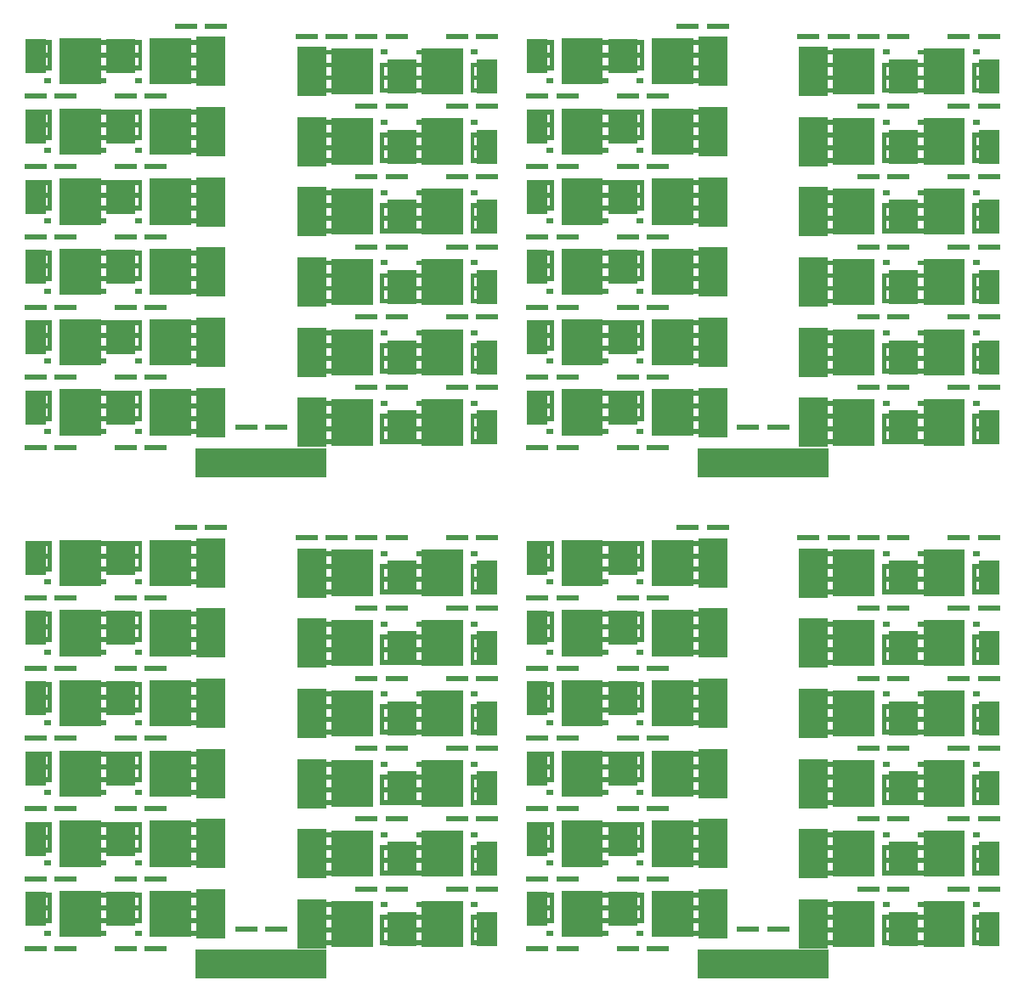
<source format=gbr>
%TF.GenerationSoftware,KiCad,Pcbnew,5.1.8*%
%TF.CreationDate,2020-11-10T00:50:46+08:00*%
%TF.ProjectId,FMESC-1-A-v0.2,464d4553-432d-4312-9d41-2d76302e322e,v0.2*%
%TF.SameCoordinates,Original*%
%TF.FileFunction,Paste,Top*%
%TF.FilePolarity,Positive*%
%FSLAX46Y46*%
G04 Gerber Fmt 4.6, Leading zero omitted, Abs format (unit mm)*
G04 Created by KiCad (PCBNEW 5.1.8) date 2020-11-10 00:50:46*
%MOMM*%
%LPD*%
G01*
G04 APERTURE LIST*
%ADD10R,3.000000X5.000000*%
%ADD11R,2.200000X0.560000*%
%ADD12R,2.000000X3.500000*%
%ADD13C,0.100000*%
%ADD14R,0.650000X0.500000*%
%ADD15R,3.000000X3.500000*%
%ADD16R,13.000000X3.000000*%
G04 APERTURE END LIST*
D10*
%TO.C,JB3*%
X120000000Y-119000000D03*
%TD*%
%TO.C,JB3*%
X70000000Y-119000000D03*
%TD*%
%TO.C,JB3*%
X120000000Y-69000000D03*
%TD*%
D11*
%TO.C,J20*%
X101500000Y-121500000D03*
X104500000Y-121500000D03*
%TD*%
%TO.C,J20*%
X51500000Y-121500000D03*
X54500000Y-121500000D03*
%TD*%
%TO.C,J20*%
X101500000Y-71500000D03*
X104500000Y-71500000D03*
%TD*%
%TO.C,J24*%
X101500000Y-135500000D03*
X104500000Y-135500000D03*
%TD*%
%TO.C,J24*%
X51500000Y-135500000D03*
X54500000Y-135500000D03*
%TD*%
%TO.C,J24*%
X101500000Y-85500000D03*
X104500000Y-85500000D03*
%TD*%
D12*
%TO.C,JG9*%
X92500000Y-110500000D03*
%TD*%
%TO.C,JG9*%
X42500000Y-110500000D03*
%TD*%
%TO.C,JG9*%
X92500000Y-60500000D03*
%TD*%
D10*
%TO.C,JB4*%
X120000000Y-112000000D03*
%TD*%
%TO.C,JB4*%
X70000000Y-112000000D03*
%TD*%
%TO.C,JB4*%
X120000000Y-62000000D03*
%TD*%
D12*
%TO.C,JG1*%
X137500000Y-133500000D03*
%TD*%
%TO.C,JG1*%
X87500000Y-133500000D03*
%TD*%
%TO.C,JG1*%
X137500000Y-83500000D03*
%TD*%
D10*
%TO.C,JB9*%
X110000000Y-111000000D03*
%TD*%
%TO.C,JB9*%
X60000000Y-111000000D03*
%TD*%
%TO.C,JB9*%
X110000000Y-61000000D03*
%TD*%
D11*
%TO.C,J21*%
X92500000Y-128500000D03*
X95500000Y-128500000D03*
%TD*%
%TO.C,J21*%
X42500000Y-128500000D03*
X45500000Y-128500000D03*
%TD*%
%TO.C,J21*%
X92500000Y-78500000D03*
X95500000Y-78500000D03*
%TD*%
D12*
%TO.C,JG3*%
X137500000Y-119500000D03*
%TD*%
%TO.C,JG3*%
X87500000Y-119500000D03*
%TD*%
%TO.C,JG3*%
X137500000Y-69500000D03*
%TD*%
D13*
%TO.C,Q6*%
G36*
X127575000Y-118115000D02*
G01*
X127575000Y-118615000D01*
X127250000Y-118615000D01*
X127250000Y-119385000D01*
X127575000Y-119385000D01*
X127575000Y-119885000D01*
X127250000Y-119885000D01*
X127250000Y-120655000D01*
X127575000Y-120655000D01*
X127575000Y-121155000D01*
X126850000Y-121155000D01*
X126850000Y-118115000D01*
X127575000Y-118115000D01*
G37*
D14*
X127250000Y-117095000D03*
D13*
G36*
X121980000Y-120655000D02*
G01*
X121980000Y-119885000D01*
X121425000Y-119885000D01*
X121425000Y-119385000D01*
X121980000Y-119385000D01*
X121980000Y-118615000D01*
X121425000Y-118615000D01*
X121425000Y-118115000D01*
X121980000Y-118115000D01*
X121980000Y-117345000D01*
X121425000Y-117345000D01*
X121425000Y-116845000D01*
X121980000Y-116845000D01*
X121980000Y-116700000D01*
X126100000Y-116700000D01*
X126100000Y-121300000D01*
X121980000Y-121300000D01*
X121980000Y-121155000D01*
X121425000Y-121155000D01*
X121425000Y-120655000D01*
X121980000Y-120655000D01*
G37*
%TD*%
%TO.C,Q6*%
G36*
X77575000Y-118115000D02*
G01*
X77575000Y-118615000D01*
X77250000Y-118615000D01*
X77250000Y-119385000D01*
X77575000Y-119385000D01*
X77575000Y-119885000D01*
X77250000Y-119885000D01*
X77250000Y-120655000D01*
X77575000Y-120655000D01*
X77575000Y-121155000D01*
X76850000Y-121155000D01*
X76850000Y-118115000D01*
X77575000Y-118115000D01*
G37*
D14*
X77250000Y-117095000D03*
D13*
G36*
X71980000Y-120655000D02*
G01*
X71980000Y-119885000D01*
X71425000Y-119885000D01*
X71425000Y-119385000D01*
X71980000Y-119385000D01*
X71980000Y-118615000D01*
X71425000Y-118615000D01*
X71425000Y-118115000D01*
X71980000Y-118115000D01*
X71980000Y-117345000D01*
X71425000Y-117345000D01*
X71425000Y-116845000D01*
X71980000Y-116845000D01*
X71980000Y-116700000D01*
X76100000Y-116700000D01*
X76100000Y-121300000D01*
X71980000Y-121300000D01*
X71980000Y-121155000D01*
X71425000Y-121155000D01*
X71425000Y-120655000D01*
X71980000Y-120655000D01*
G37*
%TD*%
%TO.C,Q6*%
G36*
X127575000Y-68115000D02*
G01*
X127575000Y-68615000D01*
X127250000Y-68615000D01*
X127250000Y-69385000D01*
X127575000Y-69385000D01*
X127575000Y-69885000D01*
X127250000Y-69885000D01*
X127250000Y-70655000D01*
X127575000Y-70655000D01*
X127575000Y-71155000D01*
X126850000Y-71155000D01*
X126850000Y-68115000D01*
X127575000Y-68115000D01*
G37*
D14*
X127250000Y-67095000D03*
D13*
G36*
X121980000Y-70655000D02*
G01*
X121980000Y-69885000D01*
X121425000Y-69885000D01*
X121425000Y-69385000D01*
X121980000Y-69385000D01*
X121980000Y-68615000D01*
X121425000Y-68615000D01*
X121425000Y-68115000D01*
X121980000Y-68115000D01*
X121980000Y-67345000D01*
X121425000Y-67345000D01*
X121425000Y-66845000D01*
X121980000Y-66845000D01*
X121980000Y-66700000D01*
X126100000Y-66700000D01*
X126100000Y-71300000D01*
X121980000Y-71300000D01*
X121980000Y-71155000D01*
X121425000Y-71155000D01*
X121425000Y-70655000D01*
X121980000Y-70655000D01*
G37*
%TD*%
D11*
%TO.C,J13*%
X92500000Y-100500000D03*
X95500000Y-100500000D03*
%TD*%
%TO.C,J13*%
X42500000Y-100500000D03*
X45500000Y-100500000D03*
%TD*%
%TO.C,J13*%
X92500000Y-50500000D03*
X95500000Y-50500000D03*
%TD*%
D10*
%TO.C,JB1*%
X120000000Y-133000000D03*
%TD*%
%TO.C,JB1*%
X70000000Y-133000000D03*
%TD*%
%TO.C,JB1*%
X120000000Y-83000000D03*
%TD*%
D11*
%TO.C,J19*%
X92500000Y-121500000D03*
X95500000Y-121500000D03*
%TD*%
%TO.C,J19*%
X42500000Y-121500000D03*
X45500000Y-121500000D03*
%TD*%
%TO.C,J19*%
X92500000Y-71500000D03*
X95500000Y-71500000D03*
%TD*%
D10*
%TO.C,JB8*%
X110000000Y-104000000D03*
%TD*%
%TO.C,JB8*%
X60000000Y-104000000D03*
%TD*%
%TO.C,JB8*%
X110000000Y-54000000D03*
%TD*%
%TO.C,JB6*%
X120000000Y-98000000D03*
%TD*%
%TO.C,JB6*%
X70000000Y-98000000D03*
%TD*%
%TO.C,JB6*%
X120000000Y-48000000D03*
%TD*%
D11*
%TO.C,J9*%
X137500000Y-101500000D03*
X134500000Y-101500000D03*
%TD*%
%TO.C,J9*%
X87500000Y-101500000D03*
X84500000Y-101500000D03*
%TD*%
%TO.C,J9*%
X137500000Y-51500000D03*
X134500000Y-51500000D03*
%TD*%
D15*
%TO.C,MB1*%
X129000000Y-126500000D03*
%TD*%
%TO.C,MB1*%
X79000000Y-126500000D03*
%TD*%
%TO.C,MB1*%
X129000000Y-76500000D03*
%TD*%
D12*
%TO.C,JG2*%
X137500000Y-126500000D03*
%TD*%
%TO.C,JG2*%
X87500000Y-126500000D03*
%TD*%
%TO.C,JG2*%
X137500000Y-76500000D03*
%TD*%
%TO.C,JG6*%
X137500000Y-98500000D03*
%TD*%
%TO.C,JG6*%
X87500000Y-98500000D03*
%TD*%
%TO.C,JG6*%
X137500000Y-48500000D03*
%TD*%
D11*
%TO.C,J7*%
X137500000Y-108500000D03*
X134500000Y-108500000D03*
%TD*%
%TO.C,J7*%
X87500000Y-108500000D03*
X84500000Y-108500000D03*
%TD*%
%TO.C,J7*%
X137500000Y-58500000D03*
X134500000Y-58500000D03*
%TD*%
D10*
%TO.C,JB11*%
X110000000Y-125000000D03*
%TD*%
%TO.C,JB11*%
X60000000Y-125000000D03*
%TD*%
%TO.C,JB11*%
X110000000Y-75000000D03*
%TD*%
D11*
%TO.C,J10*%
X128500000Y-101500000D03*
X125500000Y-101500000D03*
%TD*%
%TO.C,J10*%
X78500000Y-101500000D03*
X75500000Y-101500000D03*
%TD*%
%TO.C,J10*%
X128500000Y-51500000D03*
X125500000Y-51500000D03*
%TD*%
D15*
%TO.C,MC2*%
X129000000Y-98500000D03*
%TD*%
%TO.C,MC2*%
X79000000Y-98500000D03*
%TD*%
%TO.C,MC2*%
X129000000Y-48500000D03*
%TD*%
D11*
%TO.C,J6*%
X128500000Y-115500000D03*
X125500000Y-115500000D03*
%TD*%
%TO.C,J6*%
X78500000Y-115500000D03*
X75500000Y-115500000D03*
%TD*%
%TO.C,J6*%
X128500000Y-65500000D03*
X125500000Y-65500000D03*
%TD*%
D10*
%TO.C,JB5*%
X120000000Y-105000000D03*
%TD*%
%TO.C,JB5*%
X70000000Y-105000000D03*
%TD*%
%TO.C,JB5*%
X120000000Y-55000000D03*
%TD*%
D15*
%TO.C,MA4*%
X101000000Y-117500000D03*
%TD*%
%TO.C,MA4*%
X51000000Y-117500000D03*
%TD*%
%TO.C,MA4*%
X101000000Y-67500000D03*
%TD*%
D13*
%TO.C,Q4*%
G36*
X127575000Y-125115000D02*
G01*
X127575000Y-125615000D01*
X127250000Y-125615000D01*
X127250000Y-126385000D01*
X127575000Y-126385000D01*
X127575000Y-126885000D01*
X127250000Y-126885000D01*
X127250000Y-127655000D01*
X127575000Y-127655000D01*
X127575000Y-128155000D01*
X126850000Y-128155000D01*
X126850000Y-125115000D01*
X127575000Y-125115000D01*
G37*
D14*
X127250000Y-124095000D03*
D13*
G36*
X121980000Y-127655000D02*
G01*
X121980000Y-126885000D01*
X121425000Y-126885000D01*
X121425000Y-126385000D01*
X121980000Y-126385000D01*
X121980000Y-125615000D01*
X121425000Y-125615000D01*
X121425000Y-125115000D01*
X121980000Y-125115000D01*
X121980000Y-124345000D01*
X121425000Y-124345000D01*
X121425000Y-123845000D01*
X121980000Y-123845000D01*
X121980000Y-123700000D01*
X126100000Y-123700000D01*
X126100000Y-128300000D01*
X121980000Y-128300000D01*
X121980000Y-128155000D01*
X121425000Y-128155000D01*
X121425000Y-127655000D01*
X121980000Y-127655000D01*
G37*
%TD*%
%TO.C,Q4*%
G36*
X77575000Y-125115000D02*
G01*
X77575000Y-125615000D01*
X77250000Y-125615000D01*
X77250000Y-126385000D01*
X77575000Y-126385000D01*
X77575000Y-126885000D01*
X77250000Y-126885000D01*
X77250000Y-127655000D01*
X77575000Y-127655000D01*
X77575000Y-128155000D01*
X76850000Y-128155000D01*
X76850000Y-125115000D01*
X77575000Y-125115000D01*
G37*
D14*
X77250000Y-124095000D03*
D13*
G36*
X71980000Y-127655000D02*
G01*
X71980000Y-126885000D01*
X71425000Y-126885000D01*
X71425000Y-126385000D01*
X71980000Y-126385000D01*
X71980000Y-125615000D01*
X71425000Y-125615000D01*
X71425000Y-125115000D01*
X71980000Y-125115000D01*
X71980000Y-124345000D01*
X71425000Y-124345000D01*
X71425000Y-123845000D01*
X71980000Y-123845000D01*
X71980000Y-123700000D01*
X76100000Y-123700000D01*
X76100000Y-128300000D01*
X71980000Y-128300000D01*
X71980000Y-128155000D01*
X71425000Y-128155000D01*
X71425000Y-127655000D01*
X71980000Y-127655000D01*
G37*
%TD*%
%TO.C,Q4*%
G36*
X127575000Y-75115000D02*
G01*
X127575000Y-75615000D01*
X127250000Y-75615000D01*
X127250000Y-76385000D01*
X127575000Y-76385000D01*
X127575000Y-76885000D01*
X127250000Y-76885000D01*
X127250000Y-77655000D01*
X127575000Y-77655000D01*
X127575000Y-78155000D01*
X126850000Y-78155000D01*
X126850000Y-75115000D01*
X127575000Y-75115000D01*
G37*
D14*
X127250000Y-74095000D03*
D13*
G36*
X121980000Y-77655000D02*
G01*
X121980000Y-76885000D01*
X121425000Y-76885000D01*
X121425000Y-76385000D01*
X121980000Y-76385000D01*
X121980000Y-75615000D01*
X121425000Y-75615000D01*
X121425000Y-75115000D01*
X121980000Y-75115000D01*
X121980000Y-74345000D01*
X121425000Y-74345000D01*
X121425000Y-73845000D01*
X121980000Y-73845000D01*
X121980000Y-73700000D01*
X126100000Y-73700000D01*
X126100000Y-78300000D01*
X121980000Y-78300000D01*
X121980000Y-78155000D01*
X121425000Y-78155000D01*
X121425000Y-77655000D01*
X121980000Y-77655000D01*
G37*
%TD*%
%TO.C,Q7*%
G36*
X136575000Y-111115000D02*
G01*
X136575000Y-111615000D01*
X136250000Y-111615000D01*
X136250000Y-112385000D01*
X136575000Y-112385000D01*
X136575000Y-112885000D01*
X136250000Y-112885000D01*
X136250000Y-113655000D01*
X136575000Y-113655000D01*
X136575000Y-114155000D01*
X135850000Y-114155000D01*
X135850000Y-111115000D01*
X136575000Y-111115000D01*
G37*
D14*
X136250000Y-110095000D03*
D13*
G36*
X130980000Y-113655000D02*
G01*
X130980000Y-112885000D01*
X130425000Y-112885000D01*
X130425000Y-112385000D01*
X130980000Y-112385000D01*
X130980000Y-111615000D01*
X130425000Y-111615000D01*
X130425000Y-111115000D01*
X130980000Y-111115000D01*
X130980000Y-110345000D01*
X130425000Y-110345000D01*
X130425000Y-109845000D01*
X130980000Y-109845000D01*
X130980000Y-109700000D01*
X135100000Y-109700000D01*
X135100000Y-114300000D01*
X130980000Y-114300000D01*
X130980000Y-114155000D01*
X130425000Y-114155000D01*
X130425000Y-113655000D01*
X130980000Y-113655000D01*
G37*
%TD*%
%TO.C,Q7*%
G36*
X86575000Y-111115000D02*
G01*
X86575000Y-111615000D01*
X86250000Y-111615000D01*
X86250000Y-112385000D01*
X86575000Y-112385000D01*
X86575000Y-112885000D01*
X86250000Y-112885000D01*
X86250000Y-113655000D01*
X86575000Y-113655000D01*
X86575000Y-114155000D01*
X85850000Y-114155000D01*
X85850000Y-111115000D01*
X86575000Y-111115000D01*
G37*
D14*
X86250000Y-110095000D03*
D13*
G36*
X80980000Y-113655000D02*
G01*
X80980000Y-112885000D01*
X80425000Y-112885000D01*
X80425000Y-112385000D01*
X80980000Y-112385000D01*
X80980000Y-111615000D01*
X80425000Y-111615000D01*
X80425000Y-111115000D01*
X80980000Y-111115000D01*
X80980000Y-110345000D01*
X80425000Y-110345000D01*
X80425000Y-109845000D01*
X80980000Y-109845000D01*
X80980000Y-109700000D01*
X85100000Y-109700000D01*
X85100000Y-114300000D01*
X80980000Y-114300000D01*
X80980000Y-114155000D01*
X80425000Y-114155000D01*
X80425000Y-113655000D01*
X80980000Y-113655000D01*
G37*
%TD*%
%TO.C,Q7*%
G36*
X136575000Y-61115000D02*
G01*
X136575000Y-61615000D01*
X136250000Y-61615000D01*
X136250000Y-62385000D01*
X136575000Y-62385000D01*
X136575000Y-62885000D01*
X136250000Y-62885000D01*
X136250000Y-63655000D01*
X136575000Y-63655000D01*
X136575000Y-64155000D01*
X135850000Y-64155000D01*
X135850000Y-61115000D01*
X136575000Y-61115000D01*
G37*
D14*
X136250000Y-60095000D03*
D13*
G36*
X130980000Y-63655000D02*
G01*
X130980000Y-62885000D01*
X130425000Y-62885000D01*
X130425000Y-62385000D01*
X130980000Y-62385000D01*
X130980000Y-61615000D01*
X130425000Y-61615000D01*
X130425000Y-61115000D01*
X130980000Y-61115000D01*
X130980000Y-60345000D01*
X130425000Y-60345000D01*
X130425000Y-59845000D01*
X130980000Y-59845000D01*
X130980000Y-59700000D01*
X135100000Y-59700000D01*
X135100000Y-64300000D01*
X130980000Y-64300000D01*
X130980000Y-64155000D01*
X130425000Y-64155000D01*
X130425000Y-63655000D01*
X130980000Y-63655000D01*
G37*
%TD*%
%TO.C,Q8*%
G36*
X127575000Y-111115000D02*
G01*
X127575000Y-111615000D01*
X127250000Y-111615000D01*
X127250000Y-112385000D01*
X127575000Y-112385000D01*
X127575000Y-112885000D01*
X127250000Y-112885000D01*
X127250000Y-113655000D01*
X127575000Y-113655000D01*
X127575000Y-114155000D01*
X126850000Y-114155000D01*
X126850000Y-111115000D01*
X127575000Y-111115000D01*
G37*
D14*
X127250000Y-110095000D03*
D13*
G36*
X121980000Y-113655000D02*
G01*
X121980000Y-112885000D01*
X121425000Y-112885000D01*
X121425000Y-112385000D01*
X121980000Y-112385000D01*
X121980000Y-111615000D01*
X121425000Y-111615000D01*
X121425000Y-111115000D01*
X121980000Y-111115000D01*
X121980000Y-110345000D01*
X121425000Y-110345000D01*
X121425000Y-109845000D01*
X121980000Y-109845000D01*
X121980000Y-109700000D01*
X126100000Y-109700000D01*
X126100000Y-114300000D01*
X121980000Y-114300000D01*
X121980000Y-114155000D01*
X121425000Y-114155000D01*
X121425000Y-113655000D01*
X121980000Y-113655000D01*
G37*
%TD*%
%TO.C,Q8*%
G36*
X77575000Y-111115000D02*
G01*
X77575000Y-111615000D01*
X77250000Y-111615000D01*
X77250000Y-112385000D01*
X77575000Y-112385000D01*
X77575000Y-112885000D01*
X77250000Y-112885000D01*
X77250000Y-113655000D01*
X77575000Y-113655000D01*
X77575000Y-114155000D01*
X76850000Y-114155000D01*
X76850000Y-111115000D01*
X77575000Y-111115000D01*
G37*
D14*
X77250000Y-110095000D03*
D13*
G36*
X71980000Y-113655000D02*
G01*
X71980000Y-112885000D01*
X71425000Y-112885000D01*
X71425000Y-112385000D01*
X71980000Y-112385000D01*
X71980000Y-111615000D01*
X71425000Y-111615000D01*
X71425000Y-111115000D01*
X71980000Y-111115000D01*
X71980000Y-110345000D01*
X71425000Y-110345000D01*
X71425000Y-109845000D01*
X71980000Y-109845000D01*
X71980000Y-109700000D01*
X76100000Y-109700000D01*
X76100000Y-114300000D01*
X71980000Y-114300000D01*
X71980000Y-114155000D01*
X71425000Y-114155000D01*
X71425000Y-113655000D01*
X71980000Y-113655000D01*
G37*
%TD*%
%TO.C,Q8*%
G36*
X127575000Y-61115000D02*
G01*
X127575000Y-61615000D01*
X127250000Y-61615000D01*
X127250000Y-62385000D01*
X127575000Y-62385000D01*
X127575000Y-62885000D01*
X127250000Y-62885000D01*
X127250000Y-63655000D01*
X127575000Y-63655000D01*
X127575000Y-64155000D01*
X126850000Y-64155000D01*
X126850000Y-61115000D01*
X127575000Y-61115000D01*
G37*
D14*
X127250000Y-60095000D03*
D13*
G36*
X121980000Y-63655000D02*
G01*
X121980000Y-62885000D01*
X121425000Y-62885000D01*
X121425000Y-62385000D01*
X121980000Y-62385000D01*
X121980000Y-61615000D01*
X121425000Y-61615000D01*
X121425000Y-61115000D01*
X121980000Y-61115000D01*
X121980000Y-60345000D01*
X121425000Y-60345000D01*
X121425000Y-59845000D01*
X121980000Y-59845000D01*
X121980000Y-59700000D01*
X126100000Y-59700000D01*
X126100000Y-64300000D01*
X121980000Y-64300000D01*
X121980000Y-64155000D01*
X121425000Y-64155000D01*
X121425000Y-63655000D01*
X121980000Y-63655000D01*
G37*
%TD*%
D15*
%TO.C,MC3*%
X101000000Y-110500000D03*
%TD*%
%TO.C,MC3*%
X51000000Y-110500000D03*
%TD*%
%TO.C,MC3*%
X101000000Y-60500000D03*
%TD*%
D11*
%TO.C,J8*%
X128500000Y-108500000D03*
X125500000Y-108500000D03*
%TD*%
%TO.C,J8*%
X78500000Y-108500000D03*
X75500000Y-108500000D03*
%TD*%
%TO.C,J8*%
X128500000Y-58500000D03*
X125500000Y-58500000D03*
%TD*%
D15*
%TO.C,MB3*%
X101000000Y-103500000D03*
%TD*%
%TO.C,MB3*%
X51000000Y-103500000D03*
%TD*%
%TO.C,MB3*%
X101000000Y-53500000D03*
%TD*%
%TO.C,MA3*%
X101000000Y-96500000D03*
%TD*%
%TO.C,MA3*%
X51000000Y-96500000D03*
%TD*%
%TO.C,MA3*%
X101000000Y-46500000D03*
%TD*%
D12*
%TO.C,JG4*%
X137500000Y-112500000D03*
%TD*%
%TO.C,JG4*%
X87500000Y-112500000D03*
%TD*%
%TO.C,JG4*%
X137500000Y-62500000D03*
%TD*%
D15*
%TO.C,MA1*%
X129000000Y-133500000D03*
%TD*%
%TO.C,MA1*%
X79000000Y-133500000D03*
%TD*%
%TO.C,MA1*%
X129000000Y-83500000D03*
%TD*%
D13*
%TO.C,Q24*%
G36*
X102425000Y-132885000D02*
G01*
X102425000Y-132385000D01*
X102750000Y-132385000D01*
X102750000Y-131615000D01*
X102425000Y-131615000D01*
X102425000Y-131115000D01*
X102750000Y-131115000D01*
X102750000Y-130345000D01*
X102425000Y-130345000D01*
X102425000Y-129845000D01*
X103150000Y-129845000D01*
X103150000Y-132885000D01*
X102425000Y-132885000D01*
G37*
D14*
X102750000Y-133905000D03*
D13*
G36*
X108020000Y-130345000D02*
G01*
X108020000Y-131115000D01*
X108575000Y-131115000D01*
X108575000Y-131615000D01*
X108020000Y-131615000D01*
X108020000Y-132385000D01*
X108575000Y-132385000D01*
X108575000Y-132885000D01*
X108020000Y-132885000D01*
X108020000Y-133655000D01*
X108575000Y-133655000D01*
X108575000Y-134155000D01*
X108020000Y-134155000D01*
X108020000Y-134300000D01*
X103900000Y-134300000D01*
X103900000Y-129700000D01*
X108020000Y-129700000D01*
X108020000Y-129845000D01*
X108575000Y-129845000D01*
X108575000Y-130345000D01*
X108020000Y-130345000D01*
G37*
%TD*%
%TO.C,Q24*%
G36*
X52425000Y-132885000D02*
G01*
X52425000Y-132385000D01*
X52750000Y-132385000D01*
X52750000Y-131615000D01*
X52425000Y-131615000D01*
X52425000Y-131115000D01*
X52750000Y-131115000D01*
X52750000Y-130345000D01*
X52425000Y-130345000D01*
X52425000Y-129845000D01*
X53150000Y-129845000D01*
X53150000Y-132885000D01*
X52425000Y-132885000D01*
G37*
D14*
X52750000Y-133905000D03*
D13*
G36*
X58020000Y-130345000D02*
G01*
X58020000Y-131115000D01*
X58575000Y-131115000D01*
X58575000Y-131615000D01*
X58020000Y-131615000D01*
X58020000Y-132385000D01*
X58575000Y-132385000D01*
X58575000Y-132885000D01*
X58020000Y-132885000D01*
X58020000Y-133655000D01*
X58575000Y-133655000D01*
X58575000Y-134155000D01*
X58020000Y-134155000D01*
X58020000Y-134300000D01*
X53900000Y-134300000D01*
X53900000Y-129700000D01*
X58020000Y-129700000D01*
X58020000Y-129845000D01*
X58575000Y-129845000D01*
X58575000Y-130345000D01*
X58020000Y-130345000D01*
G37*
%TD*%
%TO.C,Q24*%
G36*
X102425000Y-82885000D02*
G01*
X102425000Y-82385000D01*
X102750000Y-82385000D01*
X102750000Y-81615000D01*
X102425000Y-81615000D01*
X102425000Y-81115000D01*
X102750000Y-81115000D01*
X102750000Y-80345000D01*
X102425000Y-80345000D01*
X102425000Y-79845000D01*
X103150000Y-79845000D01*
X103150000Y-82885000D01*
X102425000Y-82885000D01*
G37*
D14*
X102750000Y-83905000D03*
D13*
G36*
X108020000Y-80345000D02*
G01*
X108020000Y-81115000D01*
X108575000Y-81115000D01*
X108575000Y-81615000D01*
X108020000Y-81615000D01*
X108020000Y-82385000D01*
X108575000Y-82385000D01*
X108575000Y-82885000D01*
X108020000Y-82885000D01*
X108020000Y-83655000D01*
X108575000Y-83655000D01*
X108575000Y-84155000D01*
X108020000Y-84155000D01*
X108020000Y-84300000D01*
X103900000Y-84300000D01*
X103900000Y-79700000D01*
X108020000Y-79700000D01*
X108020000Y-79845000D01*
X108575000Y-79845000D01*
X108575000Y-80345000D01*
X108020000Y-80345000D01*
G37*
%TD*%
%TO.C,Q23*%
G36*
X93425000Y-132885000D02*
G01*
X93425000Y-132385000D01*
X93750000Y-132385000D01*
X93750000Y-131615000D01*
X93425000Y-131615000D01*
X93425000Y-131115000D01*
X93750000Y-131115000D01*
X93750000Y-130345000D01*
X93425000Y-130345000D01*
X93425000Y-129845000D01*
X94150000Y-129845000D01*
X94150000Y-132885000D01*
X93425000Y-132885000D01*
G37*
D14*
X93750000Y-133905000D03*
D13*
G36*
X99020000Y-130345000D02*
G01*
X99020000Y-131115000D01*
X99575000Y-131115000D01*
X99575000Y-131615000D01*
X99020000Y-131615000D01*
X99020000Y-132385000D01*
X99575000Y-132385000D01*
X99575000Y-132885000D01*
X99020000Y-132885000D01*
X99020000Y-133655000D01*
X99575000Y-133655000D01*
X99575000Y-134155000D01*
X99020000Y-134155000D01*
X99020000Y-134300000D01*
X94900000Y-134300000D01*
X94900000Y-129700000D01*
X99020000Y-129700000D01*
X99020000Y-129845000D01*
X99575000Y-129845000D01*
X99575000Y-130345000D01*
X99020000Y-130345000D01*
G37*
%TD*%
%TO.C,Q23*%
G36*
X43425000Y-132885000D02*
G01*
X43425000Y-132385000D01*
X43750000Y-132385000D01*
X43750000Y-131615000D01*
X43425000Y-131615000D01*
X43425000Y-131115000D01*
X43750000Y-131115000D01*
X43750000Y-130345000D01*
X43425000Y-130345000D01*
X43425000Y-129845000D01*
X44150000Y-129845000D01*
X44150000Y-132885000D01*
X43425000Y-132885000D01*
G37*
D14*
X43750000Y-133905000D03*
D13*
G36*
X49020000Y-130345000D02*
G01*
X49020000Y-131115000D01*
X49575000Y-131115000D01*
X49575000Y-131615000D01*
X49020000Y-131615000D01*
X49020000Y-132385000D01*
X49575000Y-132385000D01*
X49575000Y-132885000D01*
X49020000Y-132885000D01*
X49020000Y-133655000D01*
X49575000Y-133655000D01*
X49575000Y-134155000D01*
X49020000Y-134155000D01*
X49020000Y-134300000D01*
X44900000Y-134300000D01*
X44900000Y-129700000D01*
X49020000Y-129700000D01*
X49020000Y-129845000D01*
X49575000Y-129845000D01*
X49575000Y-130345000D01*
X49020000Y-130345000D01*
G37*
%TD*%
%TO.C,Q23*%
G36*
X93425000Y-82885000D02*
G01*
X93425000Y-82385000D01*
X93750000Y-82385000D01*
X93750000Y-81615000D01*
X93425000Y-81615000D01*
X93425000Y-81115000D01*
X93750000Y-81115000D01*
X93750000Y-80345000D01*
X93425000Y-80345000D01*
X93425000Y-79845000D01*
X94150000Y-79845000D01*
X94150000Y-82885000D01*
X93425000Y-82885000D01*
G37*
D14*
X93750000Y-83905000D03*
D13*
G36*
X99020000Y-80345000D02*
G01*
X99020000Y-81115000D01*
X99575000Y-81115000D01*
X99575000Y-81615000D01*
X99020000Y-81615000D01*
X99020000Y-82385000D01*
X99575000Y-82385000D01*
X99575000Y-82885000D01*
X99020000Y-82885000D01*
X99020000Y-83655000D01*
X99575000Y-83655000D01*
X99575000Y-84155000D01*
X99020000Y-84155000D01*
X99020000Y-84300000D01*
X94900000Y-84300000D01*
X94900000Y-79700000D01*
X99020000Y-79700000D01*
X99020000Y-79845000D01*
X99575000Y-79845000D01*
X99575000Y-80345000D01*
X99020000Y-80345000D01*
G37*
%TD*%
D11*
%TO.C,J4*%
X128500000Y-122500000D03*
X125500000Y-122500000D03*
%TD*%
%TO.C,J4*%
X78500000Y-122500000D03*
X75500000Y-122500000D03*
%TD*%
%TO.C,J4*%
X128500000Y-72500000D03*
X125500000Y-72500000D03*
%TD*%
D15*
%TO.C,MB2*%
X129000000Y-105500000D03*
%TD*%
%TO.C,MB2*%
X79000000Y-105500000D03*
%TD*%
%TO.C,MB2*%
X129000000Y-55500000D03*
%TD*%
%TO.C,MB4*%
X101000000Y-124500000D03*
%TD*%
%TO.C,MB4*%
X51000000Y-124500000D03*
%TD*%
%TO.C,MB4*%
X101000000Y-74500000D03*
%TD*%
D13*
%TO.C,Q9*%
G36*
X136575000Y-104115000D02*
G01*
X136575000Y-104615000D01*
X136250000Y-104615000D01*
X136250000Y-105385000D01*
X136575000Y-105385000D01*
X136575000Y-105885000D01*
X136250000Y-105885000D01*
X136250000Y-106655000D01*
X136575000Y-106655000D01*
X136575000Y-107155000D01*
X135850000Y-107155000D01*
X135850000Y-104115000D01*
X136575000Y-104115000D01*
G37*
D14*
X136250000Y-103095000D03*
D13*
G36*
X130980000Y-106655000D02*
G01*
X130980000Y-105885000D01*
X130425000Y-105885000D01*
X130425000Y-105385000D01*
X130980000Y-105385000D01*
X130980000Y-104615000D01*
X130425000Y-104615000D01*
X130425000Y-104115000D01*
X130980000Y-104115000D01*
X130980000Y-103345000D01*
X130425000Y-103345000D01*
X130425000Y-102845000D01*
X130980000Y-102845000D01*
X130980000Y-102700000D01*
X135100000Y-102700000D01*
X135100000Y-107300000D01*
X130980000Y-107300000D01*
X130980000Y-107155000D01*
X130425000Y-107155000D01*
X130425000Y-106655000D01*
X130980000Y-106655000D01*
G37*
%TD*%
%TO.C,Q9*%
G36*
X86575000Y-104115000D02*
G01*
X86575000Y-104615000D01*
X86250000Y-104615000D01*
X86250000Y-105385000D01*
X86575000Y-105385000D01*
X86575000Y-105885000D01*
X86250000Y-105885000D01*
X86250000Y-106655000D01*
X86575000Y-106655000D01*
X86575000Y-107155000D01*
X85850000Y-107155000D01*
X85850000Y-104115000D01*
X86575000Y-104115000D01*
G37*
D14*
X86250000Y-103095000D03*
D13*
G36*
X80980000Y-106655000D02*
G01*
X80980000Y-105885000D01*
X80425000Y-105885000D01*
X80425000Y-105385000D01*
X80980000Y-105385000D01*
X80980000Y-104615000D01*
X80425000Y-104615000D01*
X80425000Y-104115000D01*
X80980000Y-104115000D01*
X80980000Y-103345000D01*
X80425000Y-103345000D01*
X80425000Y-102845000D01*
X80980000Y-102845000D01*
X80980000Y-102700000D01*
X85100000Y-102700000D01*
X85100000Y-107300000D01*
X80980000Y-107300000D01*
X80980000Y-107155000D01*
X80425000Y-107155000D01*
X80425000Y-106655000D01*
X80980000Y-106655000D01*
G37*
%TD*%
%TO.C,Q9*%
G36*
X136575000Y-54115000D02*
G01*
X136575000Y-54615000D01*
X136250000Y-54615000D01*
X136250000Y-55385000D01*
X136575000Y-55385000D01*
X136575000Y-55885000D01*
X136250000Y-55885000D01*
X136250000Y-56655000D01*
X136575000Y-56655000D01*
X136575000Y-57155000D01*
X135850000Y-57155000D01*
X135850000Y-54115000D01*
X136575000Y-54115000D01*
G37*
D14*
X136250000Y-53095000D03*
D13*
G36*
X130980000Y-56655000D02*
G01*
X130980000Y-55885000D01*
X130425000Y-55885000D01*
X130425000Y-55385000D01*
X130980000Y-55385000D01*
X130980000Y-54615000D01*
X130425000Y-54615000D01*
X130425000Y-54115000D01*
X130980000Y-54115000D01*
X130980000Y-53345000D01*
X130425000Y-53345000D01*
X130425000Y-52845000D01*
X130980000Y-52845000D01*
X130980000Y-52700000D01*
X135100000Y-52700000D01*
X135100000Y-57300000D01*
X130980000Y-57300000D01*
X130980000Y-57155000D01*
X130425000Y-57155000D01*
X130425000Y-56655000D01*
X130980000Y-56655000D01*
G37*
%TD*%
D11*
%TO.C,J18*%
X101500000Y-114500000D03*
X104500000Y-114500000D03*
%TD*%
%TO.C,J18*%
X51500000Y-114500000D03*
X54500000Y-114500000D03*
%TD*%
%TO.C,J18*%
X101500000Y-64500000D03*
X104500000Y-64500000D03*
%TD*%
D12*
%TO.C,JG7*%
X92500000Y-96500000D03*
%TD*%
%TO.C,JG7*%
X42500000Y-96500000D03*
%TD*%
%TO.C,JG7*%
X92500000Y-46500000D03*
%TD*%
%TO.C,JG8*%
X92500000Y-103500000D03*
%TD*%
%TO.C,JG8*%
X42500000Y-103500000D03*
%TD*%
%TO.C,JG8*%
X92500000Y-53500000D03*
%TD*%
D11*
%TO.C,J1*%
X137500000Y-129500000D03*
X134500000Y-129500000D03*
%TD*%
%TO.C,J1*%
X87500000Y-129500000D03*
X84500000Y-129500000D03*
%TD*%
%TO.C,J1*%
X137500000Y-79500000D03*
X134500000Y-79500000D03*
%TD*%
D10*
%TO.C,JB7*%
X110000000Y-97000000D03*
%TD*%
%TO.C,JB7*%
X60000000Y-97000000D03*
%TD*%
%TO.C,JB7*%
X110000000Y-47000000D03*
%TD*%
D11*
%TO.C,J14*%
X101500000Y-100500000D03*
X104500000Y-100500000D03*
%TD*%
%TO.C,J14*%
X51500000Y-100500000D03*
X54500000Y-100500000D03*
%TD*%
%TO.C,J14*%
X101500000Y-50500000D03*
X104500000Y-50500000D03*
%TD*%
%TO.C,J23*%
X92500000Y-135500000D03*
X95500000Y-135500000D03*
%TD*%
%TO.C,J23*%
X42500000Y-135500000D03*
X45500000Y-135500000D03*
%TD*%
%TO.C,J23*%
X92500000Y-85500000D03*
X95500000Y-85500000D03*
%TD*%
%TO.C,JT3*%
X113500000Y-133500000D03*
X116500000Y-133500000D03*
%TD*%
%TO.C,JT3*%
X63500000Y-133500000D03*
X66500000Y-133500000D03*
%TD*%
%TO.C,JT3*%
X113500000Y-83500000D03*
X116500000Y-83500000D03*
%TD*%
D13*
%TO.C,Q20*%
G36*
X102425000Y-118885000D02*
G01*
X102425000Y-118385000D01*
X102750000Y-118385000D01*
X102750000Y-117615000D01*
X102425000Y-117615000D01*
X102425000Y-117115000D01*
X102750000Y-117115000D01*
X102750000Y-116345000D01*
X102425000Y-116345000D01*
X102425000Y-115845000D01*
X103150000Y-115845000D01*
X103150000Y-118885000D01*
X102425000Y-118885000D01*
G37*
D14*
X102750000Y-119905000D03*
D13*
G36*
X108020000Y-116345000D02*
G01*
X108020000Y-117115000D01*
X108575000Y-117115000D01*
X108575000Y-117615000D01*
X108020000Y-117615000D01*
X108020000Y-118385000D01*
X108575000Y-118385000D01*
X108575000Y-118885000D01*
X108020000Y-118885000D01*
X108020000Y-119655000D01*
X108575000Y-119655000D01*
X108575000Y-120155000D01*
X108020000Y-120155000D01*
X108020000Y-120300000D01*
X103900000Y-120300000D01*
X103900000Y-115700000D01*
X108020000Y-115700000D01*
X108020000Y-115845000D01*
X108575000Y-115845000D01*
X108575000Y-116345000D01*
X108020000Y-116345000D01*
G37*
%TD*%
%TO.C,Q20*%
G36*
X52425000Y-118885000D02*
G01*
X52425000Y-118385000D01*
X52750000Y-118385000D01*
X52750000Y-117615000D01*
X52425000Y-117615000D01*
X52425000Y-117115000D01*
X52750000Y-117115000D01*
X52750000Y-116345000D01*
X52425000Y-116345000D01*
X52425000Y-115845000D01*
X53150000Y-115845000D01*
X53150000Y-118885000D01*
X52425000Y-118885000D01*
G37*
D14*
X52750000Y-119905000D03*
D13*
G36*
X58020000Y-116345000D02*
G01*
X58020000Y-117115000D01*
X58575000Y-117115000D01*
X58575000Y-117615000D01*
X58020000Y-117615000D01*
X58020000Y-118385000D01*
X58575000Y-118385000D01*
X58575000Y-118885000D01*
X58020000Y-118885000D01*
X58020000Y-119655000D01*
X58575000Y-119655000D01*
X58575000Y-120155000D01*
X58020000Y-120155000D01*
X58020000Y-120300000D01*
X53900000Y-120300000D01*
X53900000Y-115700000D01*
X58020000Y-115700000D01*
X58020000Y-115845000D01*
X58575000Y-115845000D01*
X58575000Y-116345000D01*
X58020000Y-116345000D01*
G37*
%TD*%
%TO.C,Q20*%
G36*
X102425000Y-68885000D02*
G01*
X102425000Y-68385000D01*
X102750000Y-68385000D01*
X102750000Y-67615000D01*
X102425000Y-67615000D01*
X102425000Y-67115000D01*
X102750000Y-67115000D01*
X102750000Y-66345000D01*
X102425000Y-66345000D01*
X102425000Y-65845000D01*
X103150000Y-65845000D01*
X103150000Y-68885000D01*
X102425000Y-68885000D01*
G37*
D14*
X102750000Y-69905000D03*
D13*
G36*
X108020000Y-66345000D02*
G01*
X108020000Y-67115000D01*
X108575000Y-67115000D01*
X108575000Y-67615000D01*
X108020000Y-67615000D01*
X108020000Y-68385000D01*
X108575000Y-68385000D01*
X108575000Y-68885000D01*
X108020000Y-68885000D01*
X108020000Y-69655000D01*
X108575000Y-69655000D01*
X108575000Y-70155000D01*
X108020000Y-70155000D01*
X108020000Y-70300000D01*
X103900000Y-70300000D01*
X103900000Y-65700000D01*
X108020000Y-65700000D01*
X108020000Y-65845000D01*
X108575000Y-65845000D01*
X108575000Y-66345000D01*
X108020000Y-66345000D01*
G37*
%TD*%
%TO.C,Q21*%
G36*
X93425000Y-125885000D02*
G01*
X93425000Y-125385000D01*
X93750000Y-125385000D01*
X93750000Y-124615000D01*
X93425000Y-124615000D01*
X93425000Y-124115000D01*
X93750000Y-124115000D01*
X93750000Y-123345000D01*
X93425000Y-123345000D01*
X93425000Y-122845000D01*
X94150000Y-122845000D01*
X94150000Y-125885000D01*
X93425000Y-125885000D01*
G37*
D14*
X93750000Y-126905000D03*
D13*
G36*
X99020000Y-123345000D02*
G01*
X99020000Y-124115000D01*
X99575000Y-124115000D01*
X99575000Y-124615000D01*
X99020000Y-124615000D01*
X99020000Y-125385000D01*
X99575000Y-125385000D01*
X99575000Y-125885000D01*
X99020000Y-125885000D01*
X99020000Y-126655000D01*
X99575000Y-126655000D01*
X99575000Y-127155000D01*
X99020000Y-127155000D01*
X99020000Y-127300000D01*
X94900000Y-127300000D01*
X94900000Y-122700000D01*
X99020000Y-122700000D01*
X99020000Y-122845000D01*
X99575000Y-122845000D01*
X99575000Y-123345000D01*
X99020000Y-123345000D01*
G37*
%TD*%
%TO.C,Q21*%
G36*
X43425000Y-125885000D02*
G01*
X43425000Y-125385000D01*
X43750000Y-125385000D01*
X43750000Y-124615000D01*
X43425000Y-124615000D01*
X43425000Y-124115000D01*
X43750000Y-124115000D01*
X43750000Y-123345000D01*
X43425000Y-123345000D01*
X43425000Y-122845000D01*
X44150000Y-122845000D01*
X44150000Y-125885000D01*
X43425000Y-125885000D01*
G37*
D14*
X43750000Y-126905000D03*
D13*
G36*
X49020000Y-123345000D02*
G01*
X49020000Y-124115000D01*
X49575000Y-124115000D01*
X49575000Y-124615000D01*
X49020000Y-124615000D01*
X49020000Y-125385000D01*
X49575000Y-125385000D01*
X49575000Y-125885000D01*
X49020000Y-125885000D01*
X49020000Y-126655000D01*
X49575000Y-126655000D01*
X49575000Y-127155000D01*
X49020000Y-127155000D01*
X49020000Y-127300000D01*
X44900000Y-127300000D01*
X44900000Y-122700000D01*
X49020000Y-122700000D01*
X49020000Y-122845000D01*
X49575000Y-122845000D01*
X49575000Y-123345000D01*
X49020000Y-123345000D01*
G37*
%TD*%
%TO.C,Q21*%
G36*
X93425000Y-75885000D02*
G01*
X93425000Y-75385000D01*
X93750000Y-75385000D01*
X93750000Y-74615000D01*
X93425000Y-74615000D01*
X93425000Y-74115000D01*
X93750000Y-74115000D01*
X93750000Y-73345000D01*
X93425000Y-73345000D01*
X93425000Y-72845000D01*
X94150000Y-72845000D01*
X94150000Y-75885000D01*
X93425000Y-75885000D01*
G37*
D14*
X93750000Y-76905000D03*
D13*
G36*
X99020000Y-73345000D02*
G01*
X99020000Y-74115000D01*
X99575000Y-74115000D01*
X99575000Y-74615000D01*
X99020000Y-74615000D01*
X99020000Y-75385000D01*
X99575000Y-75385000D01*
X99575000Y-75885000D01*
X99020000Y-75885000D01*
X99020000Y-76655000D01*
X99575000Y-76655000D01*
X99575000Y-77155000D01*
X99020000Y-77155000D01*
X99020000Y-77300000D01*
X94900000Y-77300000D01*
X94900000Y-72700000D01*
X99020000Y-72700000D01*
X99020000Y-72845000D01*
X99575000Y-72845000D01*
X99575000Y-73345000D01*
X99020000Y-73345000D01*
G37*
%TD*%
%TO.C,Q22*%
G36*
X102425000Y-125885000D02*
G01*
X102425000Y-125385000D01*
X102750000Y-125385000D01*
X102750000Y-124615000D01*
X102425000Y-124615000D01*
X102425000Y-124115000D01*
X102750000Y-124115000D01*
X102750000Y-123345000D01*
X102425000Y-123345000D01*
X102425000Y-122845000D01*
X103150000Y-122845000D01*
X103150000Y-125885000D01*
X102425000Y-125885000D01*
G37*
D14*
X102750000Y-126905000D03*
D13*
G36*
X108020000Y-123345000D02*
G01*
X108020000Y-124115000D01*
X108575000Y-124115000D01*
X108575000Y-124615000D01*
X108020000Y-124615000D01*
X108020000Y-125385000D01*
X108575000Y-125385000D01*
X108575000Y-125885000D01*
X108020000Y-125885000D01*
X108020000Y-126655000D01*
X108575000Y-126655000D01*
X108575000Y-127155000D01*
X108020000Y-127155000D01*
X108020000Y-127300000D01*
X103900000Y-127300000D01*
X103900000Y-122700000D01*
X108020000Y-122700000D01*
X108020000Y-122845000D01*
X108575000Y-122845000D01*
X108575000Y-123345000D01*
X108020000Y-123345000D01*
G37*
%TD*%
%TO.C,Q22*%
G36*
X52425000Y-125885000D02*
G01*
X52425000Y-125385000D01*
X52750000Y-125385000D01*
X52750000Y-124615000D01*
X52425000Y-124615000D01*
X52425000Y-124115000D01*
X52750000Y-124115000D01*
X52750000Y-123345000D01*
X52425000Y-123345000D01*
X52425000Y-122845000D01*
X53150000Y-122845000D01*
X53150000Y-125885000D01*
X52425000Y-125885000D01*
G37*
D14*
X52750000Y-126905000D03*
D13*
G36*
X58020000Y-123345000D02*
G01*
X58020000Y-124115000D01*
X58575000Y-124115000D01*
X58575000Y-124615000D01*
X58020000Y-124615000D01*
X58020000Y-125385000D01*
X58575000Y-125385000D01*
X58575000Y-125885000D01*
X58020000Y-125885000D01*
X58020000Y-126655000D01*
X58575000Y-126655000D01*
X58575000Y-127155000D01*
X58020000Y-127155000D01*
X58020000Y-127300000D01*
X53900000Y-127300000D01*
X53900000Y-122700000D01*
X58020000Y-122700000D01*
X58020000Y-122845000D01*
X58575000Y-122845000D01*
X58575000Y-123345000D01*
X58020000Y-123345000D01*
G37*
%TD*%
%TO.C,Q22*%
G36*
X102425000Y-75885000D02*
G01*
X102425000Y-75385000D01*
X102750000Y-75385000D01*
X102750000Y-74615000D01*
X102425000Y-74615000D01*
X102425000Y-74115000D01*
X102750000Y-74115000D01*
X102750000Y-73345000D01*
X102425000Y-73345000D01*
X102425000Y-72845000D01*
X103150000Y-72845000D01*
X103150000Y-75885000D01*
X102425000Y-75885000D01*
G37*
D14*
X102750000Y-76905000D03*
D13*
G36*
X108020000Y-73345000D02*
G01*
X108020000Y-74115000D01*
X108575000Y-74115000D01*
X108575000Y-74615000D01*
X108020000Y-74615000D01*
X108020000Y-75385000D01*
X108575000Y-75385000D01*
X108575000Y-75885000D01*
X108020000Y-75885000D01*
X108020000Y-76655000D01*
X108575000Y-76655000D01*
X108575000Y-77155000D01*
X108020000Y-77155000D01*
X108020000Y-77300000D01*
X103900000Y-77300000D01*
X103900000Y-72700000D01*
X108020000Y-72700000D01*
X108020000Y-72845000D01*
X108575000Y-72845000D01*
X108575000Y-73345000D01*
X108020000Y-73345000D01*
G37*
%TD*%
%TO.C,Q5*%
G36*
X136575000Y-118115000D02*
G01*
X136575000Y-118615000D01*
X136250000Y-118615000D01*
X136250000Y-119385000D01*
X136575000Y-119385000D01*
X136575000Y-119885000D01*
X136250000Y-119885000D01*
X136250000Y-120655000D01*
X136575000Y-120655000D01*
X136575000Y-121155000D01*
X135850000Y-121155000D01*
X135850000Y-118115000D01*
X136575000Y-118115000D01*
G37*
D14*
X136250000Y-117095000D03*
D13*
G36*
X130980000Y-120655000D02*
G01*
X130980000Y-119885000D01*
X130425000Y-119885000D01*
X130425000Y-119385000D01*
X130980000Y-119385000D01*
X130980000Y-118615000D01*
X130425000Y-118615000D01*
X130425000Y-118115000D01*
X130980000Y-118115000D01*
X130980000Y-117345000D01*
X130425000Y-117345000D01*
X130425000Y-116845000D01*
X130980000Y-116845000D01*
X130980000Y-116700000D01*
X135100000Y-116700000D01*
X135100000Y-121300000D01*
X130980000Y-121300000D01*
X130980000Y-121155000D01*
X130425000Y-121155000D01*
X130425000Y-120655000D01*
X130980000Y-120655000D01*
G37*
%TD*%
%TO.C,Q5*%
G36*
X86575000Y-118115000D02*
G01*
X86575000Y-118615000D01*
X86250000Y-118615000D01*
X86250000Y-119385000D01*
X86575000Y-119385000D01*
X86575000Y-119885000D01*
X86250000Y-119885000D01*
X86250000Y-120655000D01*
X86575000Y-120655000D01*
X86575000Y-121155000D01*
X85850000Y-121155000D01*
X85850000Y-118115000D01*
X86575000Y-118115000D01*
G37*
D14*
X86250000Y-117095000D03*
D13*
G36*
X80980000Y-120655000D02*
G01*
X80980000Y-119885000D01*
X80425000Y-119885000D01*
X80425000Y-119385000D01*
X80980000Y-119385000D01*
X80980000Y-118615000D01*
X80425000Y-118615000D01*
X80425000Y-118115000D01*
X80980000Y-118115000D01*
X80980000Y-117345000D01*
X80425000Y-117345000D01*
X80425000Y-116845000D01*
X80980000Y-116845000D01*
X80980000Y-116700000D01*
X85100000Y-116700000D01*
X85100000Y-121300000D01*
X80980000Y-121300000D01*
X80980000Y-121155000D01*
X80425000Y-121155000D01*
X80425000Y-120655000D01*
X80980000Y-120655000D01*
G37*
%TD*%
%TO.C,Q5*%
G36*
X136575000Y-68115000D02*
G01*
X136575000Y-68615000D01*
X136250000Y-68615000D01*
X136250000Y-69385000D01*
X136575000Y-69385000D01*
X136575000Y-69885000D01*
X136250000Y-69885000D01*
X136250000Y-70655000D01*
X136575000Y-70655000D01*
X136575000Y-71155000D01*
X135850000Y-71155000D01*
X135850000Y-68115000D01*
X136575000Y-68115000D01*
G37*
D14*
X136250000Y-67095000D03*
D13*
G36*
X130980000Y-70655000D02*
G01*
X130980000Y-69885000D01*
X130425000Y-69885000D01*
X130425000Y-69385000D01*
X130980000Y-69385000D01*
X130980000Y-68615000D01*
X130425000Y-68615000D01*
X130425000Y-68115000D01*
X130980000Y-68115000D01*
X130980000Y-67345000D01*
X130425000Y-67345000D01*
X130425000Y-66845000D01*
X130980000Y-66845000D01*
X130980000Y-66700000D01*
X135100000Y-66700000D01*
X135100000Y-71300000D01*
X130980000Y-71300000D01*
X130980000Y-71155000D01*
X130425000Y-71155000D01*
X130425000Y-70655000D01*
X130980000Y-70655000D01*
G37*
%TD*%
%TO.C,Q15*%
G36*
X93425000Y-104885000D02*
G01*
X93425000Y-104385000D01*
X93750000Y-104385000D01*
X93750000Y-103615000D01*
X93425000Y-103615000D01*
X93425000Y-103115000D01*
X93750000Y-103115000D01*
X93750000Y-102345000D01*
X93425000Y-102345000D01*
X93425000Y-101845000D01*
X94150000Y-101845000D01*
X94150000Y-104885000D01*
X93425000Y-104885000D01*
G37*
D14*
X93750000Y-105905000D03*
D13*
G36*
X99020000Y-102345000D02*
G01*
X99020000Y-103115000D01*
X99575000Y-103115000D01*
X99575000Y-103615000D01*
X99020000Y-103615000D01*
X99020000Y-104385000D01*
X99575000Y-104385000D01*
X99575000Y-104885000D01*
X99020000Y-104885000D01*
X99020000Y-105655000D01*
X99575000Y-105655000D01*
X99575000Y-106155000D01*
X99020000Y-106155000D01*
X99020000Y-106300000D01*
X94900000Y-106300000D01*
X94900000Y-101700000D01*
X99020000Y-101700000D01*
X99020000Y-101845000D01*
X99575000Y-101845000D01*
X99575000Y-102345000D01*
X99020000Y-102345000D01*
G37*
%TD*%
%TO.C,Q15*%
G36*
X43425000Y-104885000D02*
G01*
X43425000Y-104385000D01*
X43750000Y-104385000D01*
X43750000Y-103615000D01*
X43425000Y-103615000D01*
X43425000Y-103115000D01*
X43750000Y-103115000D01*
X43750000Y-102345000D01*
X43425000Y-102345000D01*
X43425000Y-101845000D01*
X44150000Y-101845000D01*
X44150000Y-104885000D01*
X43425000Y-104885000D01*
G37*
D14*
X43750000Y-105905000D03*
D13*
G36*
X49020000Y-102345000D02*
G01*
X49020000Y-103115000D01*
X49575000Y-103115000D01*
X49575000Y-103615000D01*
X49020000Y-103615000D01*
X49020000Y-104385000D01*
X49575000Y-104385000D01*
X49575000Y-104885000D01*
X49020000Y-104885000D01*
X49020000Y-105655000D01*
X49575000Y-105655000D01*
X49575000Y-106155000D01*
X49020000Y-106155000D01*
X49020000Y-106300000D01*
X44900000Y-106300000D01*
X44900000Y-101700000D01*
X49020000Y-101700000D01*
X49020000Y-101845000D01*
X49575000Y-101845000D01*
X49575000Y-102345000D01*
X49020000Y-102345000D01*
G37*
%TD*%
%TO.C,Q15*%
G36*
X93425000Y-54885000D02*
G01*
X93425000Y-54385000D01*
X93750000Y-54385000D01*
X93750000Y-53615000D01*
X93425000Y-53615000D01*
X93425000Y-53115000D01*
X93750000Y-53115000D01*
X93750000Y-52345000D01*
X93425000Y-52345000D01*
X93425000Y-51845000D01*
X94150000Y-51845000D01*
X94150000Y-54885000D01*
X93425000Y-54885000D01*
G37*
D14*
X93750000Y-55905000D03*
D13*
G36*
X99020000Y-52345000D02*
G01*
X99020000Y-53115000D01*
X99575000Y-53115000D01*
X99575000Y-53615000D01*
X99020000Y-53615000D01*
X99020000Y-54385000D01*
X99575000Y-54385000D01*
X99575000Y-54885000D01*
X99020000Y-54885000D01*
X99020000Y-55655000D01*
X99575000Y-55655000D01*
X99575000Y-56155000D01*
X99020000Y-56155000D01*
X99020000Y-56300000D01*
X94900000Y-56300000D01*
X94900000Y-51700000D01*
X99020000Y-51700000D01*
X99020000Y-51845000D01*
X99575000Y-51845000D01*
X99575000Y-52345000D01*
X99020000Y-52345000D01*
G37*
%TD*%
%TO.C,Q10*%
G36*
X127575000Y-104115000D02*
G01*
X127575000Y-104615000D01*
X127250000Y-104615000D01*
X127250000Y-105385000D01*
X127575000Y-105385000D01*
X127575000Y-105885000D01*
X127250000Y-105885000D01*
X127250000Y-106655000D01*
X127575000Y-106655000D01*
X127575000Y-107155000D01*
X126850000Y-107155000D01*
X126850000Y-104115000D01*
X127575000Y-104115000D01*
G37*
D14*
X127250000Y-103095000D03*
D13*
G36*
X121980000Y-106655000D02*
G01*
X121980000Y-105885000D01*
X121425000Y-105885000D01*
X121425000Y-105385000D01*
X121980000Y-105385000D01*
X121980000Y-104615000D01*
X121425000Y-104615000D01*
X121425000Y-104115000D01*
X121980000Y-104115000D01*
X121980000Y-103345000D01*
X121425000Y-103345000D01*
X121425000Y-102845000D01*
X121980000Y-102845000D01*
X121980000Y-102700000D01*
X126100000Y-102700000D01*
X126100000Y-107300000D01*
X121980000Y-107300000D01*
X121980000Y-107155000D01*
X121425000Y-107155000D01*
X121425000Y-106655000D01*
X121980000Y-106655000D01*
G37*
%TD*%
%TO.C,Q10*%
G36*
X77575000Y-104115000D02*
G01*
X77575000Y-104615000D01*
X77250000Y-104615000D01*
X77250000Y-105385000D01*
X77575000Y-105385000D01*
X77575000Y-105885000D01*
X77250000Y-105885000D01*
X77250000Y-106655000D01*
X77575000Y-106655000D01*
X77575000Y-107155000D01*
X76850000Y-107155000D01*
X76850000Y-104115000D01*
X77575000Y-104115000D01*
G37*
D14*
X77250000Y-103095000D03*
D13*
G36*
X71980000Y-106655000D02*
G01*
X71980000Y-105885000D01*
X71425000Y-105885000D01*
X71425000Y-105385000D01*
X71980000Y-105385000D01*
X71980000Y-104615000D01*
X71425000Y-104615000D01*
X71425000Y-104115000D01*
X71980000Y-104115000D01*
X71980000Y-103345000D01*
X71425000Y-103345000D01*
X71425000Y-102845000D01*
X71980000Y-102845000D01*
X71980000Y-102700000D01*
X76100000Y-102700000D01*
X76100000Y-107300000D01*
X71980000Y-107300000D01*
X71980000Y-107155000D01*
X71425000Y-107155000D01*
X71425000Y-106655000D01*
X71980000Y-106655000D01*
G37*
%TD*%
%TO.C,Q10*%
G36*
X127575000Y-54115000D02*
G01*
X127575000Y-54615000D01*
X127250000Y-54615000D01*
X127250000Y-55385000D01*
X127575000Y-55385000D01*
X127575000Y-55885000D01*
X127250000Y-55885000D01*
X127250000Y-56655000D01*
X127575000Y-56655000D01*
X127575000Y-57155000D01*
X126850000Y-57155000D01*
X126850000Y-54115000D01*
X127575000Y-54115000D01*
G37*
D14*
X127250000Y-53095000D03*
D13*
G36*
X121980000Y-56655000D02*
G01*
X121980000Y-55885000D01*
X121425000Y-55885000D01*
X121425000Y-55385000D01*
X121980000Y-55385000D01*
X121980000Y-54615000D01*
X121425000Y-54615000D01*
X121425000Y-54115000D01*
X121980000Y-54115000D01*
X121980000Y-53345000D01*
X121425000Y-53345000D01*
X121425000Y-52845000D01*
X121980000Y-52845000D01*
X121980000Y-52700000D01*
X126100000Y-52700000D01*
X126100000Y-57300000D01*
X121980000Y-57300000D01*
X121980000Y-57155000D01*
X121425000Y-57155000D01*
X121425000Y-56655000D01*
X121980000Y-56655000D01*
G37*
%TD*%
D11*
%TO.C,JT2*%
X119500000Y-94500000D03*
X122500000Y-94500000D03*
%TD*%
%TO.C,JT2*%
X69500000Y-94500000D03*
X72500000Y-94500000D03*
%TD*%
%TO.C,JT2*%
X119500000Y-44500000D03*
X122500000Y-44500000D03*
%TD*%
D16*
%TO.C,JB0*%
X115000000Y-137000000D03*
%TD*%
%TO.C,JB0*%
X65000000Y-137000000D03*
%TD*%
%TO.C,JB0*%
X115000000Y-87000000D03*
%TD*%
D12*
%TO.C,JG12*%
X92500000Y-131500000D03*
%TD*%
%TO.C,JG12*%
X42500000Y-131500000D03*
%TD*%
%TO.C,JG12*%
X92500000Y-81500000D03*
%TD*%
D13*
%TO.C,Q19*%
G36*
X93425000Y-118885000D02*
G01*
X93425000Y-118385000D01*
X93750000Y-118385000D01*
X93750000Y-117615000D01*
X93425000Y-117615000D01*
X93425000Y-117115000D01*
X93750000Y-117115000D01*
X93750000Y-116345000D01*
X93425000Y-116345000D01*
X93425000Y-115845000D01*
X94150000Y-115845000D01*
X94150000Y-118885000D01*
X93425000Y-118885000D01*
G37*
D14*
X93750000Y-119905000D03*
D13*
G36*
X99020000Y-116345000D02*
G01*
X99020000Y-117115000D01*
X99575000Y-117115000D01*
X99575000Y-117615000D01*
X99020000Y-117615000D01*
X99020000Y-118385000D01*
X99575000Y-118385000D01*
X99575000Y-118885000D01*
X99020000Y-118885000D01*
X99020000Y-119655000D01*
X99575000Y-119655000D01*
X99575000Y-120155000D01*
X99020000Y-120155000D01*
X99020000Y-120300000D01*
X94900000Y-120300000D01*
X94900000Y-115700000D01*
X99020000Y-115700000D01*
X99020000Y-115845000D01*
X99575000Y-115845000D01*
X99575000Y-116345000D01*
X99020000Y-116345000D01*
G37*
%TD*%
%TO.C,Q19*%
G36*
X43425000Y-118885000D02*
G01*
X43425000Y-118385000D01*
X43750000Y-118385000D01*
X43750000Y-117615000D01*
X43425000Y-117615000D01*
X43425000Y-117115000D01*
X43750000Y-117115000D01*
X43750000Y-116345000D01*
X43425000Y-116345000D01*
X43425000Y-115845000D01*
X44150000Y-115845000D01*
X44150000Y-118885000D01*
X43425000Y-118885000D01*
G37*
D14*
X43750000Y-119905000D03*
D13*
G36*
X49020000Y-116345000D02*
G01*
X49020000Y-117115000D01*
X49575000Y-117115000D01*
X49575000Y-117615000D01*
X49020000Y-117615000D01*
X49020000Y-118385000D01*
X49575000Y-118385000D01*
X49575000Y-118885000D01*
X49020000Y-118885000D01*
X49020000Y-119655000D01*
X49575000Y-119655000D01*
X49575000Y-120155000D01*
X49020000Y-120155000D01*
X49020000Y-120300000D01*
X44900000Y-120300000D01*
X44900000Y-115700000D01*
X49020000Y-115700000D01*
X49020000Y-115845000D01*
X49575000Y-115845000D01*
X49575000Y-116345000D01*
X49020000Y-116345000D01*
G37*
%TD*%
%TO.C,Q19*%
G36*
X93425000Y-68885000D02*
G01*
X93425000Y-68385000D01*
X93750000Y-68385000D01*
X93750000Y-67615000D01*
X93425000Y-67615000D01*
X93425000Y-67115000D01*
X93750000Y-67115000D01*
X93750000Y-66345000D01*
X93425000Y-66345000D01*
X93425000Y-65845000D01*
X94150000Y-65845000D01*
X94150000Y-68885000D01*
X93425000Y-68885000D01*
G37*
D14*
X93750000Y-69905000D03*
D13*
G36*
X99020000Y-66345000D02*
G01*
X99020000Y-67115000D01*
X99575000Y-67115000D01*
X99575000Y-67615000D01*
X99020000Y-67615000D01*
X99020000Y-68385000D01*
X99575000Y-68385000D01*
X99575000Y-68885000D01*
X99020000Y-68885000D01*
X99020000Y-69655000D01*
X99575000Y-69655000D01*
X99575000Y-70155000D01*
X99020000Y-70155000D01*
X99020000Y-70300000D01*
X94900000Y-70300000D01*
X94900000Y-65700000D01*
X99020000Y-65700000D01*
X99020000Y-65845000D01*
X99575000Y-65845000D01*
X99575000Y-66345000D01*
X99020000Y-66345000D01*
G37*
%TD*%
D15*
%TO.C,MC1*%
X129000000Y-119500000D03*
%TD*%
%TO.C,MC1*%
X79000000Y-119500000D03*
%TD*%
%TO.C,MC1*%
X129000000Y-69500000D03*
%TD*%
D11*
%TO.C,J2*%
X128500000Y-129500000D03*
X125500000Y-129500000D03*
%TD*%
%TO.C,J2*%
X78500000Y-129500000D03*
X75500000Y-129500000D03*
%TD*%
%TO.C,J2*%
X128500000Y-79500000D03*
X125500000Y-79500000D03*
%TD*%
D13*
%TO.C,Q12*%
G36*
X127575000Y-97115000D02*
G01*
X127575000Y-97615000D01*
X127250000Y-97615000D01*
X127250000Y-98385000D01*
X127575000Y-98385000D01*
X127575000Y-98885000D01*
X127250000Y-98885000D01*
X127250000Y-99655000D01*
X127575000Y-99655000D01*
X127575000Y-100155000D01*
X126850000Y-100155000D01*
X126850000Y-97115000D01*
X127575000Y-97115000D01*
G37*
D14*
X127250000Y-96095000D03*
D13*
G36*
X121980000Y-99655000D02*
G01*
X121980000Y-98885000D01*
X121425000Y-98885000D01*
X121425000Y-98385000D01*
X121980000Y-98385000D01*
X121980000Y-97615000D01*
X121425000Y-97615000D01*
X121425000Y-97115000D01*
X121980000Y-97115000D01*
X121980000Y-96345000D01*
X121425000Y-96345000D01*
X121425000Y-95845000D01*
X121980000Y-95845000D01*
X121980000Y-95700000D01*
X126100000Y-95700000D01*
X126100000Y-100300000D01*
X121980000Y-100300000D01*
X121980000Y-100155000D01*
X121425000Y-100155000D01*
X121425000Y-99655000D01*
X121980000Y-99655000D01*
G37*
%TD*%
%TO.C,Q12*%
G36*
X77575000Y-97115000D02*
G01*
X77575000Y-97615000D01*
X77250000Y-97615000D01*
X77250000Y-98385000D01*
X77575000Y-98385000D01*
X77575000Y-98885000D01*
X77250000Y-98885000D01*
X77250000Y-99655000D01*
X77575000Y-99655000D01*
X77575000Y-100155000D01*
X76850000Y-100155000D01*
X76850000Y-97115000D01*
X77575000Y-97115000D01*
G37*
D14*
X77250000Y-96095000D03*
D13*
G36*
X71980000Y-99655000D02*
G01*
X71980000Y-98885000D01*
X71425000Y-98885000D01*
X71425000Y-98385000D01*
X71980000Y-98385000D01*
X71980000Y-97615000D01*
X71425000Y-97615000D01*
X71425000Y-97115000D01*
X71980000Y-97115000D01*
X71980000Y-96345000D01*
X71425000Y-96345000D01*
X71425000Y-95845000D01*
X71980000Y-95845000D01*
X71980000Y-95700000D01*
X76100000Y-95700000D01*
X76100000Y-100300000D01*
X71980000Y-100300000D01*
X71980000Y-100155000D01*
X71425000Y-100155000D01*
X71425000Y-99655000D01*
X71980000Y-99655000D01*
G37*
%TD*%
%TO.C,Q12*%
G36*
X127575000Y-47115000D02*
G01*
X127575000Y-47615000D01*
X127250000Y-47615000D01*
X127250000Y-48385000D01*
X127575000Y-48385000D01*
X127575000Y-48885000D01*
X127250000Y-48885000D01*
X127250000Y-49655000D01*
X127575000Y-49655000D01*
X127575000Y-50155000D01*
X126850000Y-50155000D01*
X126850000Y-47115000D01*
X127575000Y-47115000D01*
G37*
D14*
X127250000Y-46095000D03*
D13*
G36*
X121980000Y-49655000D02*
G01*
X121980000Y-48885000D01*
X121425000Y-48885000D01*
X121425000Y-48385000D01*
X121980000Y-48385000D01*
X121980000Y-47615000D01*
X121425000Y-47615000D01*
X121425000Y-47115000D01*
X121980000Y-47115000D01*
X121980000Y-46345000D01*
X121425000Y-46345000D01*
X121425000Y-45845000D01*
X121980000Y-45845000D01*
X121980000Y-45700000D01*
X126100000Y-45700000D01*
X126100000Y-50300000D01*
X121980000Y-50300000D01*
X121980000Y-50155000D01*
X121425000Y-50155000D01*
X121425000Y-49655000D01*
X121980000Y-49655000D01*
G37*
%TD*%
%TO.C,Q14*%
G36*
X102425000Y-97885000D02*
G01*
X102425000Y-97385000D01*
X102750000Y-97385000D01*
X102750000Y-96615000D01*
X102425000Y-96615000D01*
X102425000Y-96115000D01*
X102750000Y-96115000D01*
X102750000Y-95345000D01*
X102425000Y-95345000D01*
X102425000Y-94845000D01*
X103150000Y-94845000D01*
X103150000Y-97885000D01*
X102425000Y-97885000D01*
G37*
D14*
X102750000Y-98905000D03*
D13*
G36*
X108020000Y-95345000D02*
G01*
X108020000Y-96115000D01*
X108575000Y-96115000D01*
X108575000Y-96615000D01*
X108020000Y-96615000D01*
X108020000Y-97385000D01*
X108575000Y-97385000D01*
X108575000Y-97885000D01*
X108020000Y-97885000D01*
X108020000Y-98655000D01*
X108575000Y-98655000D01*
X108575000Y-99155000D01*
X108020000Y-99155000D01*
X108020000Y-99300000D01*
X103900000Y-99300000D01*
X103900000Y-94700000D01*
X108020000Y-94700000D01*
X108020000Y-94845000D01*
X108575000Y-94845000D01*
X108575000Y-95345000D01*
X108020000Y-95345000D01*
G37*
%TD*%
%TO.C,Q14*%
G36*
X52425000Y-97885000D02*
G01*
X52425000Y-97385000D01*
X52750000Y-97385000D01*
X52750000Y-96615000D01*
X52425000Y-96615000D01*
X52425000Y-96115000D01*
X52750000Y-96115000D01*
X52750000Y-95345000D01*
X52425000Y-95345000D01*
X52425000Y-94845000D01*
X53150000Y-94845000D01*
X53150000Y-97885000D01*
X52425000Y-97885000D01*
G37*
D14*
X52750000Y-98905000D03*
D13*
G36*
X58020000Y-95345000D02*
G01*
X58020000Y-96115000D01*
X58575000Y-96115000D01*
X58575000Y-96615000D01*
X58020000Y-96615000D01*
X58020000Y-97385000D01*
X58575000Y-97385000D01*
X58575000Y-97885000D01*
X58020000Y-97885000D01*
X58020000Y-98655000D01*
X58575000Y-98655000D01*
X58575000Y-99155000D01*
X58020000Y-99155000D01*
X58020000Y-99300000D01*
X53900000Y-99300000D01*
X53900000Y-94700000D01*
X58020000Y-94700000D01*
X58020000Y-94845000D01*
X58575000Y-94845000D01*
X58575000Y-95345000D01*
X58020000Y-95345000D01*
G37*
%TD*%
%TO.C,Q14*%
G36*
X102425000Y-47885000D02*
G01*
X102425000Y-47385000D01*
X102750000Y-47385000D01*
X102750000Y-46615000D01*
X102425000Y-46615000D01*
X102425000Y-46115000D01*
X102750000Y-46115000D01*
X102750000Y-45345000D01*
X102425000Y-45345000D01*
X102425000Y-44845000D01*
X103150000Y-44845000D01*
X103150000Y-47885000D01*
X102425000Y-47885000D01*
G37*
D14*
X102750000Y-48905000D03*
D13*
G36*
X108020000Y-45345000D02*
G01*
X108020000Y-46115000D01*
X108575000Y-46115000D01*
X108575000Y-46615000D01*
X108020000Y-46615000D01*
X108020000Y-47385000D01*
X108575000Y-47385000D01*
X108575000Y-47885000D01*
X108020000Y-47885000D01*
X108020000Y-48655000D01*
X108575000Y-48655000D01*
X108575000Y-49155000D01*
X108020000Y-49155000D01*
X108020000Y-49300000D01*
X103900000Y-49300000D01*
X103900000Y-44700000D01*
X108020000Y-44700000D01*
X108020000Y-44845000D01*
X108575000Y-44845000D01*
X108575000Y-45345000D01*
X108020000Y-45345000D01*
G37*
%TD*%
%TO.C,Q18*%
G36*
X102425000Y-111885000D02*
G01*
X102425000Y-111385000D01*
X102750000Y-111385000D01*
X102750000Y-110615000D01*
X102425000Y-110615000D01*
X102425000Y-110115000D01*
X102750000Y-110115000D01*
X102750000Y-109345000D01*
X102425000Y-109345000D01*
X102425000Y-108845000D01*
X103150000Y-108845000D01*
X103150000Y-111885000D01*
X102425000Y-111885000D01*
G37*
D14*
X102750000Y-112905000D03*
D13*
G36*
X108020000Y-109345000D02*
G01*
X108020000Y-110115000D01*
X108575000Y-110115000D01*
X108575000Y-110615000D01*
X108020000Y-110615000D01*
X108020000Y-111385000D01*
X108575000Y-111385000D01*
X108575000Y-111885000D01*
X108020000Y-111885000D01*
X108020000Y-112655000D01*
X108575000Y-112655000D01*
X108575000Y-113155000D01*
X108020000Y-113155000D01*
X108020000Y-113300000D01*
X103900000Y-113300000D01*
X103900000Y-108700000D01*
X108020000Y-108700000D01*
X108020000Y-108845000D01*
X108575000Y-108845000D01*
X108575000Y-109345000D01*
X108020000Y-109345000D01*
G37*
%TD*%
%TO.C,Q18*%
G36*
X52425000Y-111885000D02*
G01*
X52425000Y-111385000D01*
X52750000Y-111385000D01*
X52750000Y-110615000D01*
X52425000Y-110615000D01*
X52425000Y-110115000D01*
X52750000Y-110115000D01*
X52750000Y-109345000D01*
X52425000Y-109345000D01*
X52425000Y-108845000D01*
X53150000Y-108845000D01*
X53150000Y-111885000D01*
X52425000Y-111885000D01*
G37*
D14*
X52750000Y-112905000D03*
D13*
G36*
X58020000Y-109345000D02*
G01*
X58020000Y-110115000D01*
X58575000Y-110115000D01*
X58575000Y-110615000D01*
X58020000Y-110615000D01*
X58020000Y-111385000D01*
X58575000Y-111385000D01*
X58575000Y-111885000D01*
X58020000Y-111885000D01*
X58020000Y-112655000D01*
X58575000Y-112655000D01*
X58575000Y-113155000D01*
X58020000Y-113155000D01*
X58020000Y-113300000D01*
X53900000Y-113300000D01*
X53900000Y-108700000D01*
X58020000Y-108700000D01*
X58020000Y-108845000D01*
X58575000Y-108845000D01*
X58575000Y-109345000D01*
X58020000Y-109345000D01*
G37*
%TD*%
%TO.C,Q18*%
G36*
X102425000Y-61885000D02*
G01*
X102425000Y-61385000D01*
X102750000Y-61385000D01*
X102750000Y-60615000D01*
X102425000Y-60615000D01*
X102425000Y-60115000D01*
X102750000Y-60115000D01*
X102750000Y-59345000D01*
X102425000Y-59345000D01*
X102425000Y-58845000D01*
X103150000Y-58845000D01*
X103150000Y-61885000D01*
X102425000Y-61885000D01*
G37*
D14*
X102750000Y-62905000D03*
D13*
G36*
X108020000Y-59345000D02*
G01*
X108020000Y-60115000D01*
X108575000Y-60115000D01*
X108575000Y-60615000D01*
X108020000Y-60615000D01*
X108020000Y-61385000D01*
X108575000Y-61385000D01*
X108575000Y-61885000D01*
X108020000Y-61885000D01*
X108020000Y-62655000D01*
X108575000Y-62655000D01*
X108575000Y-63155000D01*
X108020000Y-63155000D01*
X108020000Y-63300000D01*
X103900000Y-63300000D01*
X103900000Y-58700000D01*
X108020000Y-58700000D01*
X108020000Y-58845000D01*
X108575000Y-58845000D01*
X108575000Y-59345000D01*
X108020000Y-59345000D01*
G37*
%TD*%
%TO.C,Q13*%
G36*
X93425000Y-97885000D02*
G01*
X93425000Y-97385000D01*
X93750000Y-97385000D01*
X93750000Y-96615000D01*
X93425000Y-96615000D01*
X93425000Y-96115000D01*
X93750000Y-96115000D01*
X93750000Y-95345000D01*
X93425000Y-95345000D01*
X93425000Y-94845000D01*
X94150000Y-94845000D01*
X94150000Y-97885000D01*
X93425000Y-97885000D01*
G37*
D14*
X93750000Y-98905000D03*
D13*
G36*
X99020000Y-95345000D02*
G01*
X99020000Y-96115000D01*
X99575000Y-96115000D01*
X99575000Y-96615000D01*
X99020000Y-96615000D01*
X99020000Y-97385000D01*
X99575000Y-97385000D01*
X99575000Y-97885000D01*
X99020000Y-97885000D01*
X99020000Y-98655000D01*
X99575000Y-98655000D01*
X99575000Y-99155000D01*
X99020000Y-99155000D01*
X99020000Y-99300000D01*
X94900000Y-99300000D01*
X94900000Y-94700000D01*
X99020000Y-94700000D01*
X99020000Y-94845000D01*
X99575000Y-94845000D01*
X99575000Y-95345000D01*
X99020000Y-95345000D01*
G37*
%TD*%
%TO.C,Q13*%
G36*
X43425000Y-97885000D02*
G01*
X43425000Y-97385000D01*
X43750000Y-97385000D01*
X43750000Y-96615000D01*
X43425000Y-96615000D01*
X43425000Y-96115000D01*
X43750000Y-96115000D01*
X43750000Y-95345000D01*
X43425000Y-95345000D01*
X43425000Y-94845000D01*
X44150000Y-94845000D01*
X44150000Y-97885000D01*
X43425000Y-97885000D01*
G37*
D14*
X43750000Y-98905000D03*
D13*
G36*
X49020000Y-95345000D02*
G01*
X49020000Y-96115000D01*
X49575000Y-96115000D01*
X49575000Y-96615000D01*
X49020000Y-96615000D01*
X49020000Y-97385000D01*
X49575000Y-97385000D01*
X49575000Y-97885000D01*
X49020000Y-97885000D01*
X49020000Y-98655000D01*
X49575000Y-98655000D01*
X49575000Y-99155000D01*
X49020000Y-99155000D01*
X49020000Y-99300000D01*
X44900000Y-99300000D01*
X44900000Y-94700000D01*
X49020000Y-94700000D01*
X49020000Y-94845000D01*
X49575000Y-94845000D01*
X49575000Y-95345000D01*
X49020000Y-95345000D01*
G37*
%TD*%
%TO.C,Q13*%
G36*
X93425000Y-47885000D02*
G01*
X93425000Y-47385000D01*
X93750000Y-47385000D01*
X93750000Y-46615000D01*
X93425000Y-46615000D01*
X93425000Y-46115000D01*
X93750000Y-46115000D01*
X93750000Y-45345000D01*
X93425000Y-45345000D01*
X93425000Y-44845000D01*
X94150000Y-44845000D01*
X94150000Y-47885000D01*
X93425000Y-47885000D01*
G37*
D14*
X93750000Y-48905000D03*
D13*
G36*
X99020000Y-45345000D02*
G01*
X99020000Y-46115000D01*
X99575000Y-46115000D01*
X99575000Y-46615000D01*
X99020000Y-46615000D01*
X99020000Y-47385000D01*
X99575000Y-47385000D01*
X99575000Y-47885000D01*
X99020000Y-47885000D01*
X99020000Y-48655000D01*
X99575000Y-48655000D01*
X99575000Y-49155000D01*
X99020000Y-49155000D01*
X99020000Y-49300000D01*
X94900000Y-49300000D01*
X94900000Y-44700000D01*
X99020000Y-44700000D01*
X99020000Y-44845000D01*
X99575000Y-44845000D01*
X99575000Y-45345000D01*
X99020000Y-45345000D01*
G37*
%TD*%
%TO.C,Q1*%
G36*
X136575000Y-132115000D02*
G01*
X136575000Y-132615000D01*
X136250000Y-132615000D01*
X136250000Y-133385000D01*
X136575000Y-133385000D01*
X136575000Y-133885000D01*
X136250000Y-133885000D01*
X136250000Y-134655000D01*
X136575000Y-134655000D01*
X136575000Y-135155000D01*
X135850000Y-135155000D01*
X135850000Y-132115000D01*
X136575000Y-132115000D01*
G37*
D14*
X136250000Y-131095000D03*
D13*
G36*
X130980000Y-134655000D02*
G01*
X130980000Y-133885000D01*
X130425000Y-133885000D01*
X130425000Y-133385000D01*
X130980000Y-133385000D01*
X130980000Y-132615000D01*
X130425000Y-132615000D01*
X130425000Y-132115000D01*
X130980000Y-132115000D01*
X130980000Y-131345000D01*
X130425000Y-131345000D01*
X130425000Y-130845000D01*
X130980000Y-130845000D01*
X130980000Y-130700000D01*
X135100000Y-130700000D01*
X135100000Y-135300000D01*
X130980000Y-135300000D01*
X130980000Y-135155000D01*
X130425000Y-135155000D01*
X130425000Y-134655000D01*
X130980000Y-134655000D01*
G37*
%TD*%
%TO.C,Q1*%
G36*
X86575000Y-132115000D02*
G01*
X86575000Y-132615000D01*
X86250000Y-132615000D01*
X86250000Y-133385000D01*
X86575000Y-133385000D01*
X86575000Y-133885000D01*
X86250000Y-133885000D01*
X86250000Y-134655000D01*
X86575000Y-134655000D01*
X86575000Y-135155000D01*
X85850000Y-135155000D01*
X85850000Y-132115000D01*
X86575000Y-132115000D01*
G37*
D14*
X86250000Y-131095000D03*
D13*
G36*
X80980000Y-134655000D02*
G01*
X80980000Y-133885000D01*
X80425000Y-133885000D01*
X80425000Y-133385000D01*
X80980000Y-133385000D01*
X80980000Y-132615000D01*
X80425000Y-132615000D01*
X80425000Y-132115000D01*
X80980000Y-132115000D01*
X80980000Y-131345000D01*
X80425000Y-131345000D01*
X80425000Y-130845000D01*
X80980000Y-130845000D01*
X80980000Y-130700000D01*
X85100000Y-130700000D01*
X85100000Y-135300000D01*
X80980000Y-135300000D01*
X80980000Y-135155000D01*
X80425000Y-135155000D01*
X80425000Y-134655000D01*
X80980000Y-134655000D01*
G37*
%TD*%
%TO.C,Q1*%
G36*
X136575000Y-82115000D02*
G01*
X136575000Y-82615000D01*
X136250000Y-82615000D01*
X136250000Y-83385000D01*
X136575000Y-83385000D01*
X136575000Y-83885000D01*
X136250000Y-83885000D01*
X136250000Y-84655000D01*
X136575000Y-84655000D01*
X136575000Y-85155000D01*
X135850000Y-85155000D01*
X135850000Y-82115000D01*
X136575000Y-82115000D01*
G37*
D14*
X136250000Y-81095000D03*
D13*
G36*
X130980000Y-84655000D02*
G01*
X130980000Y-83885000D01*
X130425000Y-83885000D01*
X130425000Y-83385000D01*
X130980000Y-83385000D01*
X130980000Y-82615000D01*
X130425000Y-82615000D01*
X130425000Y-82115000D01*
X130980000Y-82115000D01*
X130980000Y-81345000D01*
X130425000Y-81345000D01*
X130425000Y-80845000D01*
X130980000Y-80845000D01*
X130980000Y-80700000D01*
X135100000Y-80700000D01*
X135100000Y-85300000D01*
X130980000Y-85300000D01*
X130980000Y-85155000D01*
X130425000Y-85155000D01*
X130425000Y-84655000D01*
X130980000Y-84655000D01*
G37*
%TD*%
%TO.C,Q2*%
G36*
X127575000Y-132115000D02*
G01*
X127575000Y-132615000D01*
X127250000Y-132615000D01*
X127250000Y-133385000D01*
X127575000Y-133385000D01*
X127575000Y-133885000D01*
X127250000Y-133885000D01*
X127250000Y-134655000D01*
X127575000Y-134655000D01*
X127575000Y-135155000D01*
X126850000Y-135155000D01*
X126850000Y-132115000D01*
X127575000Y-132115000D01*
G37*
D14*
X127250000Y-131095000D03*
D13*
G36*
X121980000Y-134655000D02*
G01*
X121980000Y-133885000D01*
X121425000Y-133885000D01*
X121425000Y-133385000D01*
X121980000Y-133385000D01*
X121980000Y-132615000D01*
X121425000Y-132615000D01*
X121425000Y-132115000D01*
X121980000Y-132115000D01*
X121980000Y-131345000D01*
X121425000Y-131345000D01*
X121425000Y-130845000D01*
X121980000Y-130845000D01*
X121980000Y-130700000D01*
X126100000Y-130700000D01*
X126100000Y-135300000D01*
X121980000Y-135300000D01*
X121980000Y-135155000D01*
X121425000Y-135155000D01*
X121425000Y-134655000D01*
X121980000Y-134655000D01*
G37*
%TD*%
%TO.C,Q2*%
G36*
X77575000Y-132115000D02*
G01*
X77575000Y-132615000D01*
X77250000Y-132615000D01*
X77250000Y-133385000D01*
X77575000Y-133385000D01*
X77575000Y-133885000D01*
X77250000Y-133885000D01*
X77250000Y-134655000D01*
X77575000Y-134655000D01*
X77575000Y-135155000D01*
X76850000Y-135155000D01*
X76850000Y-132115000D01*
X77575000Y-132115000D01*
G37*
D14*
X77250000Y-131095000D03*
D13*
G36*
X71980000Y-134655000D02*
G01*
X71980000Y-133885000D01*
X71425000Y-133885000D01*
X71425000Y-133385000D01*
X71980000Y-133385000D01*
X71980000Y-132615000D01*
X71425000Y-132615000D01*
X71425000Y-132115000D01*
X71980000Y-132115000D01*
X71980000Y-131345000D01*
X71425000Y-131345000D01*
X71425000Y-130845000D01*
X71980000Y-130845000D01*
X71980000Y-130700000D01*
X76100000Y-130700000D01*
X76100000Y-135300000D01*
X71980000Y-135300000D01*
X71980000Y-135155000D01*
X71425000Y-135155000D01*
X71425000Y-134655000D01*
X71980000Y-134655000D01*
G37*
%TD*%
%TO.C,Q2*%
G36*
X127575000Y-82115000D02*
G01*
X127575000Y-82615000D01*
X127250000Y-82615000D01*
X127250000Y-83385000D01*
X127575000Y-83385000D01*
X127575000Y-83885000D01*
X127250000Y-83885000D01*
X127250000Y-84655000D01*
X127575000Y-84655000D01*
X127575000Y-85155000D01*
X126850000Y-85155000D01*
X126850000Y-82115000D01*
X127575000Y-82115000D01*
G37*
D14*
X127250000Y-81095000D03*
D13*
G36*
X121980000Y-84655000D02*
G01*
X121980000Y-83885000D01*
X121425000Y-83885000D01*
X121425000Y-83385000D01*
X121980000Y-83385000D01*
X121980000Y-82615000D01*
X121425000Y-82615000D01*
X121425000Y-82115000D01*
X121980000Y-82115000D01*
X121980000Y-81345000D01*
X121425000Y-81345000D01*
X121425000Y-80845000D01*
X121980000Y-80845000D01*
X121980000Y-80700000D01*
X126100000Y-80700000D01*
X126100000Y-85300000D01*
X121980000Y-85300000D01*
X121980000Y-85155000D01*
X121425000Y-85155000D01*
X121425000Y-84655000D01*
X121980000Y-84655000D01*
G37*
%TD*%
D15*
%TO.C,MA2*%
X129000000Y-112500000D03*
%TD*%
%TO.C,MA2*%
X79000000Y-112500000D03*
%TD*%
%TO.C,MA2*%
X129000000Y-62500000D03*
%TD*%
D11*
%TO.C,J11*%
X137500000Y-94500000D03*
X134500000Y-94500000D03*
%TD*%
%TO.C,J11*%
X87500000Y-94500000D03*
X84500000Y-94500000D03*
%TD*%
%TO.C,J11*%
X137500000Y-44500000D03*
X134500000Y-44500000D03*
%TD*%
D10*
%TO.C,JB2*%
X120000000Y-126000000D03*
%TD*%
%TO.C,JB2*%
X70000000Y-126000000D03*
%TD*%
%TO.C,JB2*%
X120000000Y-76000000D03*
%TD*%
%TO.C,JB10*%
X110000000Y-118000000D03*
%TD*%
%TO.C,JB10*%
X60000000Y-118000000D03*
%TD*%
%TO.C,JB10*%
X110000000Y-68000000D03*
%TD*%
D11*
%TO.C,J22*%
X101500000Y-128500000D03*
X104500000Y-128500000D03*
%TD*%
%TO.C,J22*%
X51500000Y-128500000D03*
X54500000Y-128500000D03*
%TD*%
%TO.C,J22*%
X101500000Y-78500000D03*
X104500000Y-78500000D03*
%TD*%
D15*
%TO.C,MC4*%
X101000000Y-131500000D03*
%TD*%
%TO.C,MC4*%
X51000000Y-131500000D03*
%TD*%
%TO.C,MC4*%
X101000000Y-81500000D03*
%TD*%
D11*
%TO.C,J12*%
X128500000Y-94500000D03*
X125500000Y-94500000D03*
%TD*%
%TO.C,J12*%
X78500000Y-94500000D03*
X75500000Y-94500000D03*
%TD*%
%TO.C,J12*%
X128500000Y-44500000D03*
X125500000Y-44500000D03*
%TD*%
%TO.C,J3*%
X137500000Y-122500000D03*
X134500000Y-122500000D03*
%TD*%
%TO.C,J3*%
X87500000Y-122500000D03*
X84500000Y-122500000D03*
%TD*%
%TO.C,J3*%
X137500000Y-72500000D03*
X134500000Y-72500000D03*
%TD*%
%TO.C,J17*%
X92500000Y-114500000D03*
X95500000Y-114500000D03*
%TD*%
%TO.C,J17*%
X42500000Y-114500000D03*
X45500000Y-114500000D03*
%TD*%
%TO.C,J17*%
X92500000Y-64500000D03*
X95500000Y-64500000D03*
%TD*%
%TO.C,J15*%
X92500000Y-107500000D03*
X95500000Y-107500000D03*
%TD*%
%TO.C,J15*%
X42500000Y-107500000D03*
X45500000Y-107500000D03*
%TD*%
%TO.C,J15*%
X92500000Y-57500000D03*
X95500000Y-57500000D03*
%TD*%
%TO.C,J5*%
X137500000Y-115500000D03*
X134500000Y-115500000D03*
%TD*%
%TO.C,J5*%
X87500000Y-115500000D03*
X84500000Y-115500000D03*
%TD*%
%TO.C,J5*%
X137500000Y-65500000D03*
X134500000Y-65500000D03*
%TD*%
%TO.C,J16*%
X101500000Y-107500000D03*
X104500000Y-107500000D03*
%TD*%
%TO.C,J16*%
X51500000Y-107500000D03*
X54500000Y-107500000D03*
%TD*%
%TO.C,J16*%
X101500000Y-57500000D03*
X104500000Y-57500000D03*
%TD*%
D13*
%TO.C,Q17*%
G36*
X93425000Y-111885000D02*
G01*
X93425000Y-111385000D01*
X93750000Y-111385000D01*
X93750000Y-110615000D01*
X93425000Y-110615000D01*
X93425000Y-110115000D01*
X93750000Y-110115000D01*
X93750000Y-109345000D01*
X93425000Y-109345000D01*
X93425000Y-108845000D01*
X94150000Y-108845000D01*
X94150000Y-111885000D01*
X93425000Y-111885000D01*
G37*
D14*
X93750000Y-112905000D03*
D13*
G36*
X99020000Y-109345000D02*
G01*
X99020000Y-110115000D01*
X99575000Y-110115000D01*
X99575000Y-110615000D01*
X99020000Y-110615000D01*
X99020000Y-111385000D01*
X99575000Y-111385000D01*
X99575000Y-111885000D01*
X99020000Y-111885000D01*
X99020000Y-112655000D01*
X99575000Y-112655000D01*
X99575000Y-113155000D01*
X99020000Y-113155000D01*
X99020000Y-113300000D01*
X94900000Y-113300000D01*
X94900000Y-108700000D01*
X99020000Y-108700000D01*
X99020000Y-108845000D01*
X99575000Y-108845000D01*
X99575000Y-109345000D01*
X99020000Y-109345000D01*
G37*
%TD*%
%TO.C,Q17*%
G36*
X43425000Y-111885000D02*
G01*
X43425000Y-111385000D01*
X43750000Y-111385000D01*
X43750000Y-110615000D01*
X43425000Y-110615000D01*
X43425000Y-110115000D01*
X43750000Y-110115000D01*
X43750000Y-109345000D01*
X43425000Y-109345000D01*
X43425000Y-108845000D01*
X44150000Y-108845000D01*
X44150000Y-111885000D01*
X43425000Y-111885000D01*
G37*
D14*
X43750000Y-112905000D03*
D13*
G36*
X49020000Y-109345000D02*
G01*
X49020000Y-110115000D01*
X49575000Y-110115000D01*
X49575000Y-110615000D01*
X49020000Y-110615000D01*
X49020000Y-111385000D01*
X49575000Y-111385000D01*
X49575000Y-111885000D01*
X49020000Y-111885000D01*
X49020000Y-112655000D01*
X49575000Y-112655000D01*
X49575000Y-113155000D01*
X49020000Y-113155000D01*
X49020000Y-113300000D01*
X44900000Y-113300000D01*
X44900000Y-108700000D01*
X49020000Y-108700000D01*
X49020000Y-108845000D01*
X49575000Y-108845000D01*
X49575000Y-109345000D01*
X49020000Y-109345000D01*
G37*
%TD*%
%TO.C,Q17*%
G36*
X93425000Y-61885000D02*
G01*
X93425000Y-61385000D01*
X93750000Y-61385000D01*
X93750000Y-60615000D01*
X93425000Y-60615000D01*
X93425000Y-60115000D01*
X93750000Y-60115000D01*
X93750000Y-59345000D01*
X93425000Y-59345000D01*
X93425000Y-58845000D01*
X94150000Y-58845000D01*
X94150000Y-61885000D01*
X93425000Y-61885000D01*
G37*
D14*
X93750000Y-62905000D03*
D13*
G36*
X99020000Y-59345000D02*
G01*
X99020000Y-60115000D01*
X99575000Y-60115000D01*
X99575000Y-60615000D01*
X99020000Y-60615000D01*
X99020000Y-61385000D01*
X99575000Y-61385000D01*
X99575000Y-61885000D01*
X99020000Y-61885000D01*
X99020000Y-62655000D01*
X99575000Y-62655000D01*
X99575000Y-63155000D01*
X99020000Y-63155000D01*
X99020000Y-63300000D01*
X94900000Y-63300000D01*
X94900000Y-58700000D01*
X99020000Y-58700000D01*
X99020000Y-58845000D01*
X99575000Y-58845000D01*
X99575000Y-59345000D01*
X99020000Y-59345000D01*
G37*
%TD*%
%TO.C,Q16*%
G36*
X102425000Y-104885000D02*
G01*
X102425000Y-104385000D01*
X102750000Y-104385000D01*
X102750000Y-103615000D01*
X102425000Y-103615000D01*
X102425000Y-103115000D01*
X102750000Y-103115000D01*
X102750000Y-102345000D01*
X102425000Y-102345000D01*
X102425000Y-101845000D01*
X103150000Y-101845000D01*
X103150000Y-104885000D01*
X102425000Y-104885000D01*
G37*
D14*
X102750000Y-105905000D03*
D13*
G36*
X108020000Y-102345000D02*
G01*
X108020000Y-103115000D01*
X108575000Y-103115000D01*
X108575000Y-103615000D01*
X108020000Y-103615000D01*
X108020000Y-104385000D01*
X108575000Y-104385000D01*
X108575000Y-104885000D01*
X108020000Y-104885000D01*
X108020000Y-105655000D01*
X108575000Y-105655000D01*
X108575000Y-106155000D01*
X108020000Y-106155000D01*
X108020000Y-106300000D01*
X103900000Y-106300000D01*
X103900000Y-101700000D01*
X108020000Y-101700000D01*
X108020000Y-101845000D01*
X108575000Y-101845000D01*
X108575000Y-102345000D01*
X108020000Y-102345000D01*
G37*
%TD*%
%TO.C,Q16*%
G36*
X52425000Y-104885000D02*
G01*
X52425000Y-104385000D01*
X52750000Y-104385000D01*
X52750000Y-103615000D01*
X52425000Y-103615000D01*
X52425000Y-103115000D01*
X52750000Y-103115000D01*
X52750000Y-102345000D01*
X52425000Y-102345000D01*
X52425000Y-101845000D01*
X53150000Y-101845000D01*
X53150000Y-104885000D01*
X52425000Y-104885000D01*
G37*
D14*
X52750000Y-105905000D03*
D13*
G36*
X58020000Y-102345000D02*
G01*
X58020000Y-103115000D01*
X58575000Y-103115000D01*
X58575000Y-103615000D01*
X58020000Y-103615000D01*
X58020000Y-104385000D01*
X58575000Y-104385000D01*
X58575000Y-104885000D01*
X58020000Y-104885000D01*
X58020000Y-105655000D01*
X58575000Y-105655000D01*
X58575000Y-106155000D01*
X58020000Y-106155000D01*
X58020000Y-106300000D01*
X53900000Y-106300000D01*
X53900000Y-101700000D01*
X58020000Y-101700000D01*
X58020000Y-101845000D01*
X58575000Y-101845000D01*
X58575000Y-102345000D01*
X58020000Y-102345000D01*
G37*
%TD*%
%TO.C,Q16*%
G36*
X102425000Y-54885000D02*
G01*
X102425000Y-54385000D01*
X102750000Y-54385000D01*
X102750000Y-53615000D01*
X102425000Y-53615000D01*
X102425000Y-53115000D01*
X102750000Y-53115000D01*
X102750000Y-52345000D01*
X102425000Y-52345000D01*
X102425000Y-51845000D01*
X103150000Y-51845000D01*
X103150000Y-54885000D01*
X102425000Y-54885000D01*
G37*
D14*
X102750000Y-55905000D03*
D13*
G36*
X108020000Y-52345000D02*
G01*
X108020000Y-53115000D01*
X108575000Y-53115000D01*
X108575000Y-53615000D01*
X108020000Y-53615000D01*
X108020000Y-54385000D01*
X108575000Y-54385000D01*
X108575000Y-54885000D01*
X108020000Y-54885000D01*
X108020000Y-55655000D01*
X108575000Y-55655000D01*
X108575000Y-56155000D01*
X108020000Y-56155000D01*
X108020000Y-56300000D01*
X103900000Y-56300000D01*
X103900000Y-51700000D01*
X108020000Y-51700000D01*
X108020000Y-51845000D01*
X108575000Y-51845000D01*
X108575000Y-52345000D01*
X108020000Y-52345000D01*
G37*
%TD*%
%TO.C,Q3*%
G36*
X136575000Y-125115000D02*
G01*
X136575000Y-125615000D01*
X136250000Y-125615000D01*
X136250000Y-126385000D01*
X136575000Y-126385000D01*
X136575000Y-126885000D01*
X136250000Y-126885000D01*
X136250000Y-127655000D01*
X136575000Y-127655000D01*
X136575000Y-128155000D01*
X135850000Y-128155000D01*
X135850000Y-125115000D01*
X136575000Y-125115000D01*
G37*
D14*
X136250000Y-124095000D03*
D13*
G36*
X130980000Y-127655000D02*
G01*
X130980000Y-126885000D01*
X130425000Y-126885000D01*
X130425000Y-126385000D01*
X130980000Y-126385000D01*
X130980000Y-125615000D01*
X130425000Y-125615000D01*
X130425000Y-125115000D01*
X130980000Y-125115000D01*
X130980000Y-124345000D01*
X130425000Y-124345000D01*
X130425000Y-123845000D01*
X130980000Y-123845000D01*
X130980000Y-123700000D01*
X135100000Y-123700000D01*
X135100000Y-128300000D01*
X130980000Y-128300000D01*
X130980000Y-128155000D01*
X130425000Y-128155000D01*
X130425000Y-127655000D01*
X130980000Y-127655000D01*
G37*
%TD*%
%TO.C,Q3*%
G36*
X86575000Y-125115000D02*
G01*
X86575000Y-125615000D01*
X86250000Y-125615000D01*
X86250000Y-126385000D01*
X86575000Y-126385000D01*
X86575000Y-126885000D01*
X86250000Y-126885000D01*
X86250000Y-127655000D01*
X86575000Y-127655000D01*
X86575000Y-128155000D01*
X85850000Y-128155000D01*
X85850000Y-125115000D01*
X86575000Y-125115000D01*
G37*
D14*
X86250000Y-124095000D03*
D13*
G36*
X80980000Y-127655000D02*
G01*
X80980000Y-126885000D01*
X80425000Y-126885000D01*
X80425000Y-126385000D01*
X80980000Y-126385000D01*
X80980000Y-125615000D01*
X80425000Y-125615000D01*
X80425000Y-125115000D01*
X80980000Y-125115000D01*
X80980000Y-124345000D01*
X80425000Y-124345000D01*
X80425000Y-123845000D01*
X80980000Y-123845000D01*
X80980000Y-123700000D01*
X85100000Y-123700000D01*
X85100000Y-128300000D01*
X80980000Y-128300000D01*
X80980000Y-128155000D01*
X80425000Y-128155000D01*
X80425000Y-127655000D01*
X80980000Y-127655000D01*
G37*
%TD*%
%TO.C,Q3*%
G36*
X136575000Y-75115000D02*
G01*
X136575000Y-75615000D01*
X136250000Y-75615000D01*
X136250000Y-76385000D01*
X136575000Y-76385000D01*
X136575000Y-76885000D01*
X136250000Y-76885000D01*
X136250000Y-77655000D01*
X136575000Y-77655000D01*
X136575000Y-78155000D01*
X135850000Y-78155000D01*
X135850000Y-75115000D01*
X136575000Y-75115000D01*
G37*
D14*
X136250000Y-74095000D03*
D13*
G36*
X130980000Y-77655000D02*
G01*
X130980000Y-76885000D01*
X130425000Y-76885000D01*
X130425000Y-76385000D01*
X130980000Y-76385000D01*
X130980000Y-75615000D01*
X130425000Y-75615000D01*
X130425000Y-75115000D01*
X130980000Y-75115000D01*
X130980000Y-74345000D01*
X130425000Y-74345000D01*
X130425000Y-73845000D01*
X130980000Y-73845000D01*
X130980000Y-73700000D01*
X135100000Y-73700000D01*
X135100000Y-78300000D01*
X130980000Y-78300000D01*
X130980000Y-78155000D01*
X130425000Y-78155000D01*
X130425000Y-77655000D01*
X130980000Y-77655000D01*
G37*
%TD*%
D12*
%TO.C,JG5*%
X137500000Y-105500000D03*
%TD*%
%TO.C,JG5*%
X87500000Y-105500000D03*
%TD*%
%TO.C,JG5*%
X137500000Y-55500000D03*
%TD*%
D10*
%TO.C,JB12*%
X110000000Y-132000000D03*
%TD*%
%TO.C,JB12*%
X60000000Y-132000000D03*
%TD*%
%TO.C,JB12*%
X110000000Y-82000000D03*
%TD*%
D13*
%TO.C,Q11*%
G36*
X136575000Y-97115000D02*
G01*
X136575000Y-97615000D01*
X136250000Y-97615000D01*
X136250000Y-98385000D01*
X136575000Y-98385000D01*
X136575000Y-98885000D01*
X136250000Y-98885000D01*
X136250000Y-99655000D01*
X136575000Y-99655000D01*
X136575000Y-100155000D01*
X135850000Y-100155000D01*
X135850000Y-97115000D01*
X136575000Y-97115000D01*
G37*
D14*
X136250000Y-96095000D03*
D13*
G36*
X130980000Y-99655000D02*
G01*
X130980000Y-98885000D01*
X130425000Y-98885000D01*
X130425000Y-98385000D01*
X130980000Y-98385000D01*
X130980000Y-97615000D01*
X130425000Y-97615000D01*
X130425000Y-97115000D01*
X130980000Y-97115000D01*
X130980000Y-96345000D01*
X130425000Y-96345000D01*
X130425000Y-95845000D01*
X130980000Y-95845000D01*
X130980000Y-95700000D01*
X135100000Y-95700000D01*
X135100000Y-100300000D01*
X130980000Y-100300000D01*
X130980000Y-100155000D01*
X130425000Y-100155000D01*
X130425000Y-99655000D01*
X130980000Y-99655000D01*
G37*
%TD*%
%TO.C,Q11*%
G36*
X86575000Y-97115000D02*
G01*
X86575000Y-97615000D01*
X86250000Y-97615000D01*
X86250000Y-98385000D01*
X86575000Y-98385000D01*
X86575000Y-98885000D01*
X86250000Y-98885000D01*
X86250000Y-99655000D01*
X86575000Y-99655000D01*
X86575000Y-100155000D01*
X85850000Y-100155000D01*
X85850000Y-97115000D01*
X86575000Y-97115000D01*
G37*
D14*
X86250000Y-96095000D03*
D13*
G36*
X80980000Y-99655000D02*
G01*
X80980000Y-98885000D01*
X80425000Y-98885000D01*
X80425000Y-98385000D01*
X80980000Y-98385000D01*
X80980000Y-97615000D01*
X80425000Y-97615000D01*
X80425000Y-97115000D01*
X80980000Y-97115000D01*
X80980000Y-96345000D01*
X80425000Y-96345000D01*
X80425000Y-95845000D01*
X80980000Y-95845000D01*
X80980000Y-95700000D01*
X85100000Y-95700000D01*
X85100000Y-100300000D01*
X80980000Y-100300000D01*
X80980000Y-100155000D01*
X80425000Y-100155000D01*
X80425000Y-99655000D01*
X80980000Y-99655000D01*
G37*
%TD*%
%TO.C,Q11*%
G36*
X136575000Y-47115000D02*
G01*
X136575000Y-47615000D01*
X136250000Y-47615000D01*
X136250000Y-48385000D01*
X136575000Y-48385000D01*
X136575000Y-48885000D01*
X136250000Y-48885000D01*
X136250000Y-49655000D01*
X136575000Y-49655000D01*
X136575000Y-50155000D01*
X135850000Y-50155000D01*
X135850000Y-47115000D01*
X136575000Y-47115000D01*
G37*
D14*
X136250000Y-46095000D03*
D13*
G36*
X130980000Y-49655000D02*
G01*
X130980000Y-48885000D01*
X130425000Y-48885000D01*
X130425000Y-48385000D01*
X130980000Y-48385000D01*
X130980000Y-47615000D01*
X130425000Y-47615000D01*
X130425000Y-47115000D01*
X130980000Y-47115000D01*
X130980000Y-46345000D01*
X130425000Y-46345000D01*
X130425000Y-45845000D01*
X130980000Y-45845000D01*
X130980000Y-45700000D01*
X135100000Y-45700000D01*
X135100000Y-50300000D01*
X130980000Y-50300000D01*
X130980000Y-50155000D01*
X130425000Y-50155000D01*
X130425000Y-49655000D01*
X130980000Y-49655000D01*
G37*
%TD*%
D11*
%TO.C,JT1*%
X107500000Y-93500000D03*
X110500000Y-93500000D03*
%TD*%
%TO.C,JT1*%
X57500000Y-93500000D03*
X60500000Y-93500000D03*
%TD*%
%TO.C,JT1*%
X107500000Y-43500000D03*
X110500000Y-43500000D03*
%TD*%
D12*
%TO.C,JG11*%
X92500000Y-124500000D03*
%TD*%
%TO.C,JG11*%
X42500000Y-124500000D03*
%TD*%
%TO.C,JG11*%
X92500000Y-74500000D03*
%TD*%
%TO.C,JG10*%
X92500000Y-117500000D03*
%TD*%
%TO.C,JG10*%
X42500000Y-117500000D03*
%TD*%
%TO.C,JG10*%
X92500000Y-67500000D03*
%TD*%
D11*
%TO.C,JT3*%
X66500000Y-83500000D03*
X63500000Y-83500000D03*
%TD*%
%TO.C,JT2*%
X72500000Y-44500000D03*
X69500000Y-44500000D03*
%TD*%
%TO.C,JT1*%
X60500000Y-43500000D03*
X57500000Y-43500000D03*
%TD*%
D16*
%TO.C,JB0*%
X65000000Y-87000000D03*
%TD*%
D12*
%TO.C,JG12*%
X42500000Y-81500000D03*
%TD*%
%TO.C,JG11*%
X42500000Y-74500000D03*
%TD*%
%TO.C,JG10*%
X42500000Y-67500000D03*
%TD*%
%TO.C,JG9*%
X42500000Y-60500000D03*
%TD*%
%TO.C,JG8*%
X42500000Y-53500000D03*
%TD*%
%TO.C,JG7*%
X42500000Y-46500000D03*
%TD*%
%TO.C,JG6*%
X87500000Y-48500000D03*
%TD*%
%TO.C,JG5*%
X87500000Y-55500000D03*
%TD*%
%TO.C,JG4*%
X87500000Y-62500000D03*
%TD*%
%TO.C,JG3*%
X87500000Y-69500000D03*
%TD*%
%TO.C,JG2*%
X87500000Y-76500000D03*
%TD*%
%TO.C,JG1*%
X87500000Y-83500000D03*
%TD*%
D15*
%TO.C,MC4*%
X51000000Y-81500000D03*
%TD*%
%TO.C,MC3*%
X51000000Y-60500000D03*
%TD*%
%TO.C,MC2*%
X79000000Y-48500000D03*
%TD*%
%TO.C,MC1*%
X79000000Y-69500000D03*
%TD*%
%TO.C,MB4*%
X51000000Y-74500000D03*
%TD*%
%TO.C,MB3*%
X51000000Y-53500000D03*
%TD*%
%TO.C,MB2*%
X79000000Y-55500000D03*
%TD*%
%TO.C,MB1*%
X79000000Y-76500000D03*
%TD*%
%TO.C,MA4*%
X51000000Y-67500000D03*
%TD*%
%TO.C,MA3*%
X51000000Y-46500000D03*
%TD*%
%TO.C,MA2*%
X79000000Y-62500000D03*
%TD*%
%TO.C,MA1*%
X79000000Y-83500000D03*
%TD*%
D11*
%TO.C,J24*%
X54500000Y-85500000D03*
X51500000Y-85500000D03*
%TD*%
%TO.C,J23*%
X45500000Y-85500000D03*
X42500000Y-85500000D03*
%TD*%
%TO.C,J22*%
X54500000Y-78500000D03*
X51500000Y-78500000D03*
%TD*%
%TO.C,J21*%
X45500000Y-78500000D03*
X42500000Y-78500000D03*
%TD*%
%TO.C,J20*%
X54500000Y-71500000D03*
X51500000Y-71500000D03*
%TD*%
%TO.C,J19*%
X45500000Y-71500000D03*
X42500000Y-71500000D03*
%TD*%
%TO.C,J18*%
X54500000Y-64500000D03*
X51500000Y-64500000D03*
%TD*%
%TO.C,J17*%
X45500000Y-64500000D03*
X42500000Y-64500000D03*
%TD*%
%TO.C,J16*%
X54500000Y-57500000D03*
X51500000Y-57500000D03*
%TD*%
%TO.C,J15*%
X45500000Y-57500000D03*
X42500000Y-57500000D03*
%TD*%
%TO.C,J14*%
X54500000Y-50500000D03*
X51500000Y-50500000D03*
%TD*%
%TO.C,J13*%
X45500000Y-50500000D03*
X42500000Y-50500000D03*
%TD*%
%TO.C,J12*%
X75500000Y-44500000D03*
X78500000Y-44500000D03*
%TD*%
%TO.C,J11*%
X84500000Y-44500000D03*
X87500000Y-44500000D03*
%TD*%
%TO.C,J10*%
X75500000Y-51500000D03*
X78500000Y-51500000D03*
%TD*%
%TO.C,J9*%
X84500000Y-51500000D03*
X87500000Y-51500000D03*
%TD*%
%TO.C,J8*%
X75500000Y-58500000D03*
X78500000Y-58500000D03*
%TD*%
%TO.C,J7*%
X84500000Y-58500000D03*
X87500000Y-58500000D03*
%TD*%
%TO.C,J6*%
X75500000Y-65500000D03*
X78500000Y-65500000D03*
%TD*%
%TO.C,J5*%
X84500000Y-65500000D03*
X87500000Y-65500000D03*
%TD*%
%TO.C,J4*%
X75500000Y-72500000D03*
X78500000Y-72500000D03*
%TD*%
%TO.C,J3*%
X84500000Y-72500000D03*
X87500000Y-72500000D03*
%TD*%
%TO.C,J2*%
X75500000Y-79500000D03*
X78500000Y-79500000D03*
%TD*%
%TO.C,J1*%
X84500000Y-79500000D03*
X87500000Y-79500000D03*
%TD*%
D10*
%TO.C,JB12*%
X60000000Y-82000000D03*
%TD*%
%TO.C,JB11*%
X60000000Y-75000000D03*
%TD*%
%TO.C,JB10*%
X60000000Y-68000000D03*
%TD*%
%TO.C,JB9*%
X60000000Y-61000000D03*
%TD*%
%TO.C,JB8*%
X60000000Y-54000000D03*
%TD*%
%TO.C,JB7*%
X60000000Y-47000000D03*
%TD*%
%TO.C,JB6*%
X70000000Y-48000000D03*
%TD*%
%TO.C,JB5*%
X70000000Y-55000000D03*
%TD*%
%TO.C,JB4*%
X70000000Y-62000000D03*
%TD*%
%TO.C,JB3*%
X70000000Y-69000000D03*
%TD*%
%TO.C,JB2*%
X70000000Y-76000000D03*
%TD*%
%TO.C,JB1*%
X70000000Y-83000000D03*
%TD*%
D13*
%TO.C,Q24*%
G36*
X58020000Y-80345000D02*
G01*
X58020000Y-81115000D01*
X58575000Y-81115000D01*
X58575000Y-81615000D01*
X58020000Y-81615000D01*
X58020000Y-82385000D01*
X58575000Y-82385000D01*
X58575000Y-82885000D01*
X58020000Y-82885000D01*
X58020000Y-83655000D01*
X58575000Y-83655000D01*
X58575000Y-84155000D01*
X58020000Y-84155000D01*
X58020000Y-84300000D01*
X53900000Y-84300000D01*
X53900000Y-79700000D01*
X58020000Y-79700000D01*
X58020000Y-79845000D01*
X58575000Y-79845000D01*
X58575000Y-80345000D01*
X58020000Y-80345000D01*
G37*
D14*
X52750000Y-83905000D03*
D13*
G36*
X52425000Y-82885000D02*
G01*
X52425000Y-82385000D01*
X52750000Y-82385000D01*
X52750000Y-81615000D01*
X52425000Y-81615000D01*
X52425000Y-81115000D01*
X52750000Y-81115000D01*
X52750000Y-80345000D01*
X52425000Y-80345000D01*
X52425000Y-79845000D01*
X53150000Y-79845000D01*
X53150000Y-82885000D01*
X52425000Y-82885000D01*
G37*
%TD*%
%TO.C,Q23*%
G36*
X49020000Y-80345000D02*
G01*
X49020000Y-81115000D01*
X49575000Y-81115000D01*
X49575000Y-81615000D01*
X49020000Y-81615000D01*
X49020000Y-82385000D01*
X49575000Y-82385000D01*
X49575000Y-82885000D01*
X49020000Y-82885000D01*
X49020000Y-83655000D01*
X49575000Y-83655000D01*
X49575000Y-84155000D01*
X49020000Y-84155000D01*
X49020000Y-84300000D01*
X44900000Y-84300000D01*
X44900000Y-79700000D01*
X49020000Y-79700000D01*
X49020000Y-79845000D01*
X49575000Y-79845000D01*
X49575000Y-80345000D01*
X49020000Y-80345000D01*
G37*
D14*
X43750000Y-83905000D03*
D13*
G36*
X43425000Y-82885000D02*
G01*
X43425000Y-82385000D01*
X43750000Y-82385000D01*
X43750000Y-81615000D01*
X43425000Y-81615000D01*
X43425000Y-81115000D01*
X43750000Y-81115000D01*
X43750000Y-80345000D01*
X43425000Y-80345000D01*
X43425000Y-79845000D01*
X44150000Y-79845000D01*
X44150000Y-82885000D01*
X43425000Y-82885000D01*
G37*
%TD*%
%TO.C,Q22*%
G36*
X58020000Y-73345000D02*
G01*
X58020000Y-74115000D01*
X58575000Y-74115000D01*
X58575000Y-74615000D01*
X58020000Y-74615000D01*
X58020000Y-75385000D01*
X58575000Y-75385000D01*
X58575000Y-75885000D01*
X58020000Y-75885000D01*
X58020000Y-76655000D01*
X58575000Y-76655000D01*
X58575000Y-77155000D01*
X58020000Y-77155000D01*
X58020000Y-77300000D01*
X53900000Y-77300000D01*
X53900000Y-72700000D01*
X58020000Y-72700000D01*
X58020000Y-72845000D01*
X58575000Y-72845000D01*
X58575000Y-73345000D01*
X58020000Y-73345000D01*
G37*
D14*
X52750000Y-76905000D03*
D13*
G36*
X52425000Y-75885000D02*
G01*
X52425000Y-75385000D01*
X52750000Y-75385000D01*
X52750000Y-74615000D01*
X52425000Y-74615000D01*
X52425000Y-74115000D01*
X52750000Y-74115000D01*
X52750000Y-73345000D01*
X52425000Y-73345000D01*
X52425000Y-72845000D01*
X53150000Y-72845000D01*
X53150000Y-75885000D01*
X52425000Y-75885000D01*
G37*
%TD*%
%TO.C,Q21*%
G36*
X49020000Y-73345000D02*
G01*
X49020000Y-74115000D01*
X49575000Y-74115000D01*
X49575000Y-74615000D01*
X49020000Y-74615000D01*
X49020000Y-75385000D01*
X49575000Y-75385000D01*
X49575000Y-75885000D01*
X49020000Y-75885000D01*
X49020000Y-76655000D01*
X49575000Y-76655000D01*
X49575000Y-77155000D01*
X49020000Y-77155000D01*
X49020000Y-77300000D01*
X44900000Y-77300000D01*
X44900000Y-72700000D01*
X49020000Y-72700000D01*
X49020000Y-72845000D01*
X49575000Y-72845000D01*
X49575000Y-73345000D01*
X49020000Y-73345000D01*
G37*
D14*
X43750000Y-76905000D03*
D13*
G36*
X43425000Y-75885000D02*
G01*
X43425000Y-75385000D01*
X43750000Y-75385000D01*
X43750000Y-74615000D01*
X43425000Y-74615000D01*
X43425000Y-74115000D01*
X43750000Y-74115000D01*
X43750000Y-73345000D01*
X43425000Y-73345000D01*
X43425000Y-72845000D01*
X44150000Y-72845000D01*
X44150000Y-75885000D01*
X43425000Y-75885000D01*
G37*
%TD*%
%TO.C,Q20*%
G36*
X58020000Y-66345000D02*
G01*
X58020000Y-67115000D01*
X58575000Y-67115000D01*
X58575000Y-67615000D01*
X58020000Y-67615000D01*
X58020000Y-68385000D01*
X58575000Y-68385000D01*
X58575000Y-68885000D01*
X58020000Y-68885000D01*
X58020000Y-69655000D01*
X58575000Y-69655000D01*
X58575000Y-70155000D01*
X58020000Y-70155000D01*
X58020000Y-70300000D01*
X53900000Y-70300000D01*
X53900000Y-65700000D01*
X58020000Y-65700000D01*
X58020000Y-65845000D01*
X58575000Y-65845000D01*
X58575000Y-66345000D01*
X58020000Y-66345000D01*
G37*
D14*
X52750000Y-69905000D03*
D13*
G36*
X52425000Y-68885000D02*
G01*
X52425000Y-68385000D01*
X52750000Y-68385000D01*
X52750000Y-67615000D01*
X52425000Y-67615000D01*
X52425000Y-67115000D01*
X52750000Y-67115000D01*
X52750000Y-66345000D01*
X52425000Y-66345000D01*
X52425000Y-65845000D01*
X53150000Y-65845000D01*
X53150000Y-68885000D01*
X52425000Y-68885000D01*
G37*
%TD*%
%TO.C,Q19*%
G36*
X49020000Y-66345000D02*
G01*
X49020000Y-67115000D01*
X49575000Y-67115000D01*
X49575000Y-67615000D01*
X49020000Y-67615000D01*
X49020000Y-68385000D01*
X49575000Y-68385000D01*
X49575000Y-68885000D01*
X49020000Y-68885000D01*
X49020000Y-69655000D01*
X49575000Y-69655000D01*
X49575000Y-70155000D01*
X49020000Y-70155000D01*
X49020000Y-70300000D01*
X44900000Y-70300000D01*
X44900000Y-65700000D01*
X49020000Y-65700000D01*
X49020000Y-65845000D01*
X49575000Y-65845000D01*
X49575000Y-66345000D01*
X49020000Y-66345000D01*
G37*
D14*
X43750000Y-69905000D03*
D13*
G36*
X43425000Y-68885000D02*
G01*
X43425000Y-68385000D01*
X43750000Y-68385000D01*
X43750000Y-67615000D01*
X43425000Y-67615000D01*
X43425000Y-67115000D01*
X43750000Y-67115000D01*
X43750000Y-66345000D01*
X43425000Y-66345000D01*
X43425000Y-65845000D01*
X44150000Y-65845000D01*
X44150000Y-68885000D01*
X43425000Y-68885000D01*
G37*
%TD*%
%TO.C,Q18*%
G36*
X58020000Y-59345000D02*
G01*
X58020000Y-60115000D01*
X58575000Y-60115000D01*
X58575000Y-60615000D01*
X58020000Y-60615000D01*
X58020000Y-61385000D01*
X58575000Y-61385000D01*
X58575000Y-61885000D01*
X58020000Y-61885000D01*
X58020000Y-62655000D01*
X58575000Y-62655000D01*
X58575000Y-63155000D01*
X58020000Y-63155000D01*
X58020000Y-63300000D01*
X53900000Y-63300000D01*
X53900000Y-58700000D01*
X58020000Y-58700000D01*
X58020000Y-58845000D01*
X58575000Y-58845000D01*
X58575000Y-59345000D01*
X58020000Y-59345000D01*
G37*
D14*
X52750000Y-62905000D03*
D13*
G36*
X52425000Y-61885000D02*
G01*
X52425000Y-61385000D01*
X52750000Y-61385000D01*
X52750000Y-60615000D01*
X52425000Y-60615000D01*
X52425000Y-60115000D01*
X52750000Y-60115000D01*
X52750000Y-59345000D01*
X52425000Y-59345000D01*
X52425000Y-58845000D01*
X53150000Y-58845000D01*
X53150000Y-61885000D01*
X52425000Y-61885000D01*
G37*
%TD*%
%TO.C,Q17*%
G36*
X49020000Y-59345000D02*
G01*
X49020000Y-60115000D01*
X49575000Y-60115000D01*
X49575000Y-60615000D01*
X49020000Y-60615000D01*
X49020000Y-61385000D01*
X49575000Y-61385000D01*
X49575000Y-61885000D01*
X49020000Y-61885000D01*
X49020000Y-62655000D01*
X49575000Y-62655000D01*
X49575000Y-63155000D01*
X49020000Y-63155000D01*
X49020000Y-63300000D01*
X44900000Y-63300000D01*
X44900000Y-58700000D01*
X49020000Y-58700000D01*
X49020000Y-58845000D01*
X49575000Y-58845000D01*
X49575000Y-59345000D01*
X49020000Y-59345000D01*
G37*
D14*
X43750000Y-62905000D03*
D13*
G36*
X43425000Y-61885000D02*
G01*
X43425000Y-61385000D01*
X43750000Y-61385000D01*
X43750000Y-60615000D01*
X43425000Y-60615000D01*
X43425000Y-60115000D01*
X43750000Y-60115000D01*
X43750000Y-59345000D01*
X43425000Y-59345000D01*
X43425000Y-58845000D01*
X44150000Y-58845000D01*
X44150000Y-61885000D01*
X43425000Y-61885000D01*
G37*
%TD*%
%TO.C,Q16*%
G36*
X58020000Y-52345000D02*
G01*
X58020000Y-53115000D01*
X58575000Y-53115000D01*
X58575000Y-53615000D01*
X58020000Y-53615000D01*
X58020000Y-54385000D01*
X58575000Y-54385000D01*
X58575000Y-54885000D01*
X58020000Y-54885000D01*
X58020000Y-55655000D01*
X58575000Y-55655000D01*
X58575000Y-56155000D01*
X58020000Y-56155000D01*
X58020000Y-56300000D01*
X53900000Y-56300000D01*
X53900000Y-51700000D01*
X58020000Y-51700000D01*
X58020000Y-51845000D01*
X58575000Y-51845000D01*
X58575000Y-52345000D01*
X58020000Y-52345000D01*
G37*
D14*
X52750000Y-55905000D03*
D13*
G36*
X52425000Y-54885000D02*
G01*
X52425000Y-54385000D01*
X52750000Y-54385000D01*
X52750000Y-53615000D01*
X52425000Y-53615000D01*
X52425000Y-53115000D01*
X52750000Y-53115000D01*
X52750000Y-52345000D01*
X52425000Y-52345000D01*
X52425000Y-51845000D01*
X53150000Y-51845000D01*
X53150000Y-54885000D01*
X52425000Y-54885000D01*
G37*
%TD*%
%TO.C,Q15*%
G36*
X49020000Y-52345000D02*
G01*
X49020000Y-53115000D01*
X49575000Y-53115000D01*
X49575000Y-53615000D01*
X49020000Y-53615000D01*
X49020000Y-54385000D01*
X49575000Y-54385000D01*
X49575000Y-54885000D01*
X49020000Y-54885000D01*
X49020000Y-55655000D01*
X49575000Y-55655000D01*
X49575000Y-56155000D01*
X49020000Y-56155000D01*
X49020000Y-56300000D01*
X44900000Y-56300000D01*
X44900000Y-51700000D01*
X49020000Y-51700000D01*
X49020000Y-51845000D01*
X49575000Y-51845000D01*
X49575000Y-52345000D01*
X49020000Y-52345000D01*
G37*
D14*
X43750000Y-55905000D03*
D13*
G36*
X43425000Y-54885000D02*
G01*
X43425000Y-54385000D01*
X43750000Y-54385000D01*
X43750000Y-53615000D01*
X43425000Y-53615000D01*
X43425000Y-53115000D01*
X43750000Y-53115000D01*
X43750000Y-52345000D01*
X43425000Y-52345000D01*
X43425000Y-51845000D01*
X44150000Y-51845000D01*
X44150000Y-54885000D01*
X43425000Y-54885000D01*
G37*
%TD*%
%TO.C,Q14*%
G36*
X58020000Y-45345000D02*
G01*
X58020000Y-46115000D01*
X58575000Y-46115000D01*
X58575000Y-46615000D01*
X58020000Y-46615000D01*
X58020000Y-47385000D01*
X58575000Y-47385000D01*
X58575000Y-47885000D01*
X58020000Y-47885000D01*
X58020000Y-48655000D01*
X58575000Y-48655000D01*
X58575000Y-49155000D01*
X58020000Y-49155000D01*
X58020000Y-49300000D01*
X53900000Y-49300000D01*
X53900000Y-44700000D01*
X58020000Y-44700000D01*
X58020000Y-44845000D01*
X58575000Y-44845000D01*
X58575000Y-45345000D01*
X58020000Y-45345000D01*
G37*
D14*
X52750000Y-48905000D03*
D13*
G36*
X52425000Y-47885000D02*
G01*
X52425000Y-47385000D01*
X52750000Y-47385000D01*
X52750000Y-46615000D01*
X52425000Y-46615000D01*
X52425000Y-46115000D01*
X52750000Y-46115000D01*
X52750000Y-45345000D01*
X52425000Y-45345000D01*
X52425000Y-44845000D01*
X53150000Y-44845000D01*
X53150000Y-47885000D01*
X52425000Y-47885000D01*
G37*
%TD*%
%TO.C,Q13*%
G36*
X49020000Y-45345000D02*
G01*
X49020000Y-46115000D01*
X49575000Y-46115000D01*
X49575000Y-46615000D01*
X49020000Y-46615000D01*
X49020000Y-47385000D01*
X49575000Y-47385000D01*
X49575000Y-47885000D01*
X49020000Y-47885000D01*
X49020000Y-48655000D01*
X49575000Y-48655000D01*
X49575000Y-49155000D01*
X49020000Y-49155000D01*
X49020000Y-49300000D01*
X44900000Y-49300000D01*
X44900000Y-44700000D01*
X49020000Y-44700000D01*
X49020000Y-44845000D01*
X49575000Y-44845000D01*
X49575000Y-45345000D01*
X49020000Y-45345000D01*
G37*
D14*
X43750000Y-48905000D03*
D13*
G36*
X43425000Y-47885000D02*
G01*
X43425000Y-47385000D01*
X43750000Y-47385000D01*
X43750000Y-46615000D01*
X43425000Y-46615000D01*
X43425000Y-46115000D01*
X43750000Y-46115000D01*
X43750000Y-45345000D01*
X43425000Y-45345000D01*
X43425000Y-44845000D01*
X44150000Y-44845000D01*
X44150000Y-47885000D01*
X43425000Y-47885000D01*
G37*
%TD*%
%TO.C,Q12*%
G36*
X71980000Y-49655000D02*
G01*
X71980000Y-48885000D01*
X71425000Y-48885000D01*
X71425000Y-48385000D01*
X71980000Y-48385000D01*
X71980000Y-47615000D01*
X71425000Y-47615000D01*
X71425000Y-47115000D01*
X71980000Y-47115000D01*
X71980000Y-46345000D01*
X71425000Y-46345000D01*
X71425000Y-45845000D01*
X71980000Y-45845000D01*
X71980000Y-45700000D01*
X76100000Y-45700000D01*
X76100000Y-50300000D01*
X71980000Y-50300000D01*
X71980000Y-50155000D01*
X71425000Y-50155000D01*
X71425000Y-49655000D01*
X71980000Y-49655000D01*
G37*
D14*
X77250000Y-46095000D03*
D13*
G36*
X77575000Y-47115000D02*
G01*
X77575000Y-47615000D01*
X77250000Y-47615000D01*
X77250000Y-48385000D01*
X77575000Y-48385000D01*
X77575000Y-48885000D01*
X77250000Y-48885000D01*
X77250000Y-49655000D01*
X77575000Y-49655000D01*
X77575000Y-50155000D01*
X76850000Y-50155000D01*
X76850000Y-47115000D01*
X77575000Y-47115000D01*
G37*
%TD*%
%TO.C,Q11*%
G36*
X80980000Y-49655000D02*
G01*
X80980000Y-48885000D01*
X80425000Y-48885000D01*
X80425000Y-48385000D01*
X80980000Y-48385000D01*
X80980000Y-47615000D01*
X80425000Y-47615000D01*
X80425000Y-47115000D01*
X80980000Y-47115000D01*
X80980000Y-46345000D01*
X80425000Y-46345000D01*
X80425000Y-45845000D01*
X80980000Y-45845000D01*
X80980000Y-45700000D01*
X85100000Y-45700000D01*
X85100000Y-50300000D01*
X80980000Y-50300000D01*
X80980000Y-50155000D01*
X80425000Y-50155000D01*
X80425000Y-49655000D01*
X80980000Y-49655000D01*
G37*
D14*
X86250000Y-46095000D03*
D13*
G36*
X86575000Y-47115000D02*
G01*
X86575000Y-47615000D01*
X86250000Y-47615000D01*
X86250000Y-48385000D01*
X86575000Y-48385000D01*
X86575000Y-48885000D01*
X86250000Y-48885000D01*
X86250000Y-49655000D01*
X86575000Y-49655000D01*
X86575000Y-50155000D01*
X85850000Y-50155000D01*
X85850000Y-47115000D01*
X86575000Y-47115000D01*
G37*
%TD*%
%TO.C,Q10*%
G36*
X71980000Y-56655000D02*
G01*
X71980000Y-55885000D01*
X71425000Y-55885000D01*
X71425000Y-55385000D01*
X71980000Y-55385000D01*
X71980000Y-54615000D01*
X71425000Y-54615000D01*
X71425000Y-54115000D01*
X71980000Y-54115000D01*
X71980000Y-53345000D01*
X71425000Y-53345000D01*
X71425000Y-52845000D01*
X71980000Y-52845000D01*
X71980000Y-52700000D01*
X76100000Y-52700000D01*
X76100000Y-57300000D01*
X71980000Y-57300000D01*
X71980000Y-57155000D01*
X71425000Y-57155000D01*
X71425000Y-56655000D01*
X71980000Y-56655000D01*
G37*
D14*
X77250000Y-53095000D03*
D13*
G36*
X77575000Y-54115000D02*
G01*
X77575000Y-54615000D01*
X77250000Y-54615000D01*
X77250000Y-55385000D01*
X77575000Y-55385000D01*
X77575000Y-55885000D01*
X77250000Y-55885000D01*
X77250000Y-56655000D01*
X77575000Y-56655000D01*
X77575000Y-57155000D01*
X76850000Y-57155000D01*
X76850000Y-54115000D01*
X77575000Y-54115000D01*
G37*
%TD*%
%TO.C,Q9*%
G36*
X80980000Y-56655000D02*
G01*
X80980000Y-55885000D01*
X80425000Y-55885000D01*
X80425000Y-55385000D01*
X80980000Y-55385000D01*
X80980000Y-54615000D01*
X80425000Y-54615000D01*
X80425000Y-54115000D01*
X80980000Y-54115000D01*
X80980000Y-53345000D01*
X80425000Y-53345000D01*
X80425000Y-52845000D01*
X80980000Y-52845000D01*
X80980000Y-52700000D01*
X85100000Y-52700000D01*
X85100000Y-57300000D01*
X80980000Y-57300000D01*
X80980000Y-57155000D01*
X80425000Y-57155000D01*
X80425000Y-56655000D01*
X80980000Y-56655000D01*
G37*
D14*
X86250000Y-53095000D03*
D13*
G36*
X86575000Y-54115000D02*
G01*
X86575000Y-54615000D01*
X86250000Y-54615000D01*
X86250000Y-55385000D01*
X86575000Y-55385000D01*
X86575000Y-55885000D01*
X86250000Y-55885000D01*
X86250000Y-56655000D01*
X86575000Y-56655000D01*
X86575000Y-57155000D01*
X85850000Y-57155000D01*
X85850000Y-54115000D01*
X86575000Y-54115000D01*
G37*
%TD*%
%TO.C,Q8*%
G36*
X71980000Y-63655000D02*
G01*
X71980000Y-62885000D01*
X71425000Y-62885000D01*
X71425000Y-62385000D01*
X71980000Y-62385000D01*
X71980000Y-61615000D01*
X71425000Y-61615000D01*
X71425000Y-61115000D01*
X71980000Y-61115000D01*
X71980000Y-60345000D01*
X71425000Y-60345000D01*
X71425000Y-59845000D01*
X71980000Y-59845000D01*
X71980000Y-59700000D01*
X76100000Y-59700000D01*
X76100000Y-64300000D01*
X71980000Y-64300000D01*
X71980000Y-64155000D01*
X71425000Y-64155000D01*
X71425000Y-63655000D01*
X71980000Y-63655000D01*
G37*
D14*
X77250000Y-60095000D03*
D13*
G36*
X77575000Y-61115000D02*
G01*
X77575000Y-61615000D01*
X77250000Y-61615000D01*
X77250000Y-62385000D01*
X77575000Y-62385000D01*
X77575000Y-62885000D01*
X77250000Y-62885000D01*
X77250000Y-63655000D01*
X77575000Y-63655000D01*
X77575000Y-64155000D01*
X76850000Y-64155000D01*
X76850000Y-61115000D01*
X77575000Y-61115000D01*
G37*
%TD*%
%TO.C,Q7*%
G36*
X80980000Y-63655000D02*
G01*
X80980000Y-62885000D01*
X80425000Y-62885000D01*
X80425000Y-62385000D01*
X80980000Y-62385000D01*
X80980000Y-61615000D01*
X80425000Y-61615000D01*
X80425000Y-61115000D01*
X80980000Y-61115000D01*
X80980000Y-60345000D01*
X80425000Y-60345000D01*
X80425000Y-59845000D01*
X80980000Y-59845000D01*
X80980000Y-59700000D01*
X85100000Y-59700000D01*
X85100000Y-64300000D01*
X80980000Y-64300000D01*
X80980000Y-64155000D01*
X80425000Y-64155000D01*
X80425000Y-63655000D01*
X80980000Y-63655000D01*
G37*
D14*
X86250000Y-60095000D03*
D13*
G36*
X86575000Y-61115000D02*
G01*
X86575000Y-61615000D01*
X86250000Y-61615000D01*
X86250000Y-62385000D01*
X86575000Y-62385000D01*
X86575000Y-62885000D01*
X86250000Y-62885000D01*
X86250000Y-63655000D01*
X86575000Y-63655000D01*
X86575000Y-64155000D01*
X85850000Y-64155000D01*
X85850000Y-61115000D01*
X86575000Y-61115000D01*
G37*
%TD*%
%TO.C,Q6*%
G36*
X71980000Y-70655000D02*
G01*
X71980000Y-69885000D01*
X71425000Y-69885000D01*
X71425000Y-69385000D01*
X71980000Y-69385000D01*
X71980000Y-68615000D01*
X71425000Y-68615000D01*
X71425000Y-68115000D01*
X71980000Y-68115000D01*
X71980000Y-67345000D01*
X71425000Y-67345000D01*
X71425000Y-66845000D01*
X71980000Y-66845000D01*
X71980000Y-66700000D01*
X76100000Y-66700000D01*
X76100000Y-71300000D01*
X71980000Y-71300000D01*
X71980000Y-71155000D01*
X71425000Y-71155000D01*
X71425000Y-70655000D01*
X71980000Y-70655000D01*
G37*
D14*
X77250000Y-67095000D03*
D13*
G36*
X77575000Y-68115000D02*
G01*
X77575000Y-68615000D01*
X77250000Y-68615000D01*
X77250000Y-69385000D01*
X77575000Y-69385000D01*
X77575000Y-69885000D01*
X77250000Y-69885000D01*
X77250000Y-70655000D01*
X77575000Y-70655000D01*
X77575000Y-71155000D01*
X76850000Y-71155000D01*
X76850000Y-68115000D01*
X77575000Y-68115000D01*
G37*
%TD*%
%TO.C,Q5*%
G36*
X80980000Y-70655000D02*
G01*
X80980000Y-69885000D01*
X80425000Y-69885000D01*
X80425000Y-69385000D01*
X80980000Y-69385000D01*
X80980000Y-68615000D01*
X80425000Y-68615000D01*
X80425000Y-68115000D01*
X80980000Y-68115000D01*
X80980000Y-67345000D01*
X80425000Y-67345000D01*
X80425000Y-66845000D01*
X80980000Y-66845000D01*
X80980000Y-66700000D01*
X85100000Y-66700000D01*
X85100000Y-71300000D01*
X80980000Y-71300000D01*
X80980000Y-71155000D01*
X80425000Y-71155000D01*
X80425000Y-70655000D01*
X80980000Y-70655000D01*
G37*
D14*
X86250000Y-67095000D03*
D13*
G36*
X86575000Y-68115000D02*
G01*
X86575000Y-68615000D01*
X86250000Y-68615000D01*
X86250000Y-69385000D01*
X86575000Y-69385000D01*
X86575000Y-69885000D01*
X86250000Y-69885000D01*
X86250000Y-70655000D01*
X86575000Y-70655000D01*
X86575000Y-71155000D01*
X85850000Y-71155000D01*
X85850000Y-68115000D01*
X86575000Y-68115000D01*
G37*
%TD*%
%TO.C,Q4*%
G36*
X71980000Y-77655000D02*
G01*
X71980000Y-76885000D01*
X71425000Y-76885000D01*
X71425000Y-76385000D01*
X71980000Y-76385000D01*
X71980000Y-75615000D01*
X71425000Y-75615000D01*
X71425000Y-75115000D01*
X71980000Y-75115000D01*
X71980000Y-74345000D01*
X71425000Y-74345000D01*
X71425000Y-73845000D01*
X71980000Y-73845000D01*
X71980000Y-73700000D01*
X76100000Y-73700000D01*
X76100000Y-78300000D01*
X71980000Y-78300000D01*
X71980000Y-78155000D01*
X71425000Y-78155000D01*
X71425000Y-77655000D01*
X71980000Y-77655000D01*
G37*
D14*
X77250000Y-74095000D03*
D13*
G36*
X77575000Y-75115000D02*
G01*
X77575000Y-75615000D01*
X77250000Y-75615000D01*
X77250000Y-76385000D01*
X77575000Y-76385000D01*
X77575000Y-76885000D01*
X77250000Y-76885000D01*
X77250000Y-77655000D01*
X77575000Y-77655000D01*
X77575000Y-78155000D01*
X76850000Y-78155000D01*
X76850000Y-75115000D01*
X77575000Y-75115000D01*
G37*
%TD*%
%TO.C,Q3*%
G36*
X80980000Y-77655000D02*
G01*
X80980000Y-76885000D01*
X80425000Y-76885000D01*
X80425000Y-76385000D01*
X80980000Y-76385000D01*
X80980000Y-75615000D01*
X80425000Y-75615000D01*
X80425000Y-75115000D01*
X80980000Y-75115000D01*
X80980000Y-74345000D01*
X80425000Y-74345000D01*
X80425000Y-73845000D01*
X80980000Y-73845000D01*
X80980000Y-73700000D01*
X85100000Y-73700000D01*
X85100000Y-78300000D01*
X80980000Y-78300000D01*
X80980000Y-78155000D01*
X80425000Y-78155000D01*
X80425000Y-77655000D01*
X80980000Y-77655000D01*
G37*
D14*
X86250000Y-74095000D03*
D13*
G36*
X86575000Y-75115000D02*
G01*
X86575000Y-75615000D01*
X86250000Y-75615000D01*
X86250000Y-76385000D01*
X86575000Y-76385000D01*
X86575000Y-76885000D01*
X86250000Y-76885000D01*
X86250000Y-77655000D01*
X86575000Y-77655000D01*
X86575000Y-78155000D01*
X85850000Y-78155000D01*
X85850000Y-75115000D01*
X86575000Y-75115000D01*
G37*
%TD*%
%TO.C,Q2*%
G36*
X71980000Y-84655000D02*
G01*
X71980000Y-83885000D01*
X71425000Y-83885000D01*
X71425000Y-83385000D01*
X71980000Y-83385000D01*
X71980000Y-82615000D01*
X71425000Y-82615000D01*
X71425000Y-82115000D01*
X71980000Y-82115000D01*
X71980000Y-81345000D01*
X71425000Y-81345000D01*
X71425000Y-80845000D01*
X71980000Y-80845000D01*
X71980000Y-80700000D01*
X76100000Y-80700000D01*
X76100000Y-85300000D01*
X71980000Y-85300000D01*
X71980000Y-85155000D01*
X71425000Y-85155000D01*
X71425000Y-84655000D01*
X71980000Y-84655000D01*
G37*
D14*
X77250000Y-81095000D03*
D13*
G36*
X77575000Y-82115000D02*
G01*
X77575000Y-82615000D01*
X77250000Y-82615000D01*
X77250000Y-83385000D01*
X77575000Y-83385000D01*
X77575000Y-83885000D01*
X77250000Y-83885000D01*
X77250000Y-84655000D01*
X77575000Y-84655000D01*
X77575000Y-85155000D01*
X76850000Y-85155000D01*
X76850000Y-82115000D01*
X77575000Y-82115000D01*
G37*
%TD*%
%TO.C,Q1*%
G36*
X80980000Y-84655000D02*
G01*
X80980000Y-83885000D01*
X80425000Y-83885000D01*
X80425000Y-83385000D01*
X80980000Y-83385000D01*
X80980000Y-82615000D01*
X80425000Y-82615000D01*
X80425000Y-82115000D01*
X80980000Y-82115000D01*
X80980000Y-81345000D01*
X80425000Y-81345000D01*
X80425000Y-80845000D01*
X80980000Y-80845000D01*
X80980000Y-80700000D01*
X85100000Y-80700000D01*
X85100000Y-85300000D01*
X80980000Y-85300000D01*
X80980000Y-85155000D01*
X80425000Y-85155000D01*
X80425000Y-84655000D01*
X80980000Y-84655000D01*
G37*
D14*
X86250000Y-81095000D03*
D13*
G36*
X86575000Y-82115000D02*
G01*
X86575000Y-82615000D01*
X86250000Y-82615000D01*
X86250000Y-83385000D01*
X86575000Y-83385000D01*
X86575000Y-83885000D01*
X86250000Y-83885000D01*
X86250000Y-84655000D01*
X86575000Y-84655000D01*
X86575000Y-85155000D01*
X85850000Y-85155000D01*
X85850000Y-82115000D01*
X86575000Y-82115000D01*
G37*
%TD*%
M02*

</source>
